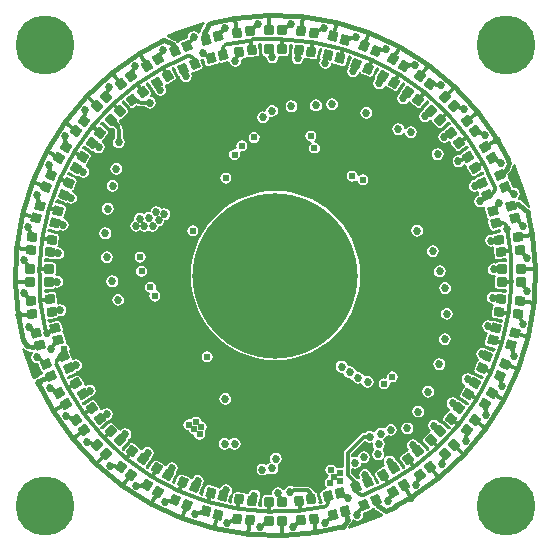
<source format=gtl>
G04*
G04 #@! TF.GenerationSoftware,Altium Limited,Altium Designer,20.1.11 (218)*
G04*
G04 Layer_Physical_Order=1*
G04 Layer_Color=255*
%FSLAX25Y25*%
%MOIN*%
G70*
G04*
G04 #@! TF.SameCoordinates,A89DC92D-1D16-4819-8E46-697129492B70*
G04*
G04*
G04 #@! TF.FilePolarity,Positive*
G04*
G01*
G75*
G04:AMPARAMS|DCode=13|XSize=33.47mil|YSize=31.5mil|CornerRadius=3.94mil|HoleSize=0mil|Usage=FLASHONLY|Rotation=285.000|XOffset=0mil|YOffset=0mil|HoleType=Round|Shape=RoundedRectangle|*
%AMROUNDEDRECTD13*
21,1,0.03347,0.02362,0,0,285.0*
21,1,0.02559,0.03150,0,0,285.0*
1,1,0.00787,-0.00810,-0.01542*
1,1,0.00787,-0.01472,0.00930*
1,1,0.00787,0.00810,0.01542*
1,1,0.00787,0.01472,-0.00930*
%
%ADD13ROUNDEDRECTD13*%
G04:AMPARAMS|DCode=14|XSize=33.47mil|YSize=31.5mil|CornerRadius=3.94mil|HoleSize=0mil|Usage=FLASHONLY|Rotation=277.500|XOffset=0mil|YOffset=0mil|HoleType=Round|Shape=RoundedRectangle|*
%AMROUNDEDRECTD14*
21,1,0.03347,0.02362,0,0,277.5*
21,1,0.02559,0.03150,0,0,277.5*
1,1,0.00787,-0.01004,-0.01423*
1,1,0.00787,-0.01338,0.01114*
1,1,0.00787,0.01004,0.01423*
1,1,0.00787,0.01338,-0.01114*
%
%ADD14ROUNDEDRECTD14*%
G04:AMPARAMS|DCode=15|XSize=33.47mil|YSize=31.5mil|CornerRadius=3.94mil|HoleSize=0mil|Usage=FLASHONLY|Rotation=270.000|XOffset=0mil|YOffset=0mil|HoleType=Round|Shape=RoundedRectangle|*
%AMROUNDEDRECTD15*
21,1,0.03347,0.02362,0,0,270.0*
21,1,0.02559,0.03150,0,0,270.0*
1,1,0.00787,-0.01181,-0.01280*
1,1,0.00787,-0.01181,0.01280*
1,1,0.00787,0.01181,0.01280*
1,1,0.00787,0.01181,-0.01280*
%
%ADD15ROUNDEDRECTD15*%
G04:AMPARAMS|DCode=16|XSize=33.47mil|YSize=31.5mil|CornerRadius=3.94mil|HoleSize=0mil|Usage=FLASHONLY|Rotation=262.500|XOffset=0mil|YOffset=0mil|HoleType=Round|Shape=RoundedRectangle|*
%AMROUNDEDRECTD16*
21,1,0.03347,0.02362,0,0,262.5*
21,1,0.02559,0.03150,0,0,262.5*
1,1,0.00787,-0.01338,-0.01114*
1,1,0.00787,-0.01004,0.01423*
1,1,0.00787,0.01338,0.01114*
1,1,0.00787,0.01004,-0.01423*
%
%ADD16ROUNDEDRECTD16*%
G04:AMPARAMS|DCode=17|XSize=33.47mil|YSize=31.5mil|CornerRadius=3.94mil|HoleSize=0mil|Usage=FLASHONLY|Rotation=255.000|XOffset=0mil|YOffset=0mil|HoleType=Round|Shape=RoundedRectangle|*
%AMROUNDEDRECTD17*
21,1,0.03347,0.02362,0,0,255.0*
21,1,0.02559,0.03150,0,0,255.0*
1,1,0.00787,-0.01472,-0.00930*
1,1,0.00787,-0.00810,0.01542*
1,1,0.00787,0.01472,0.00930*
1,1,0.00787,0.00810,-0.01542*
%
%ADD17ROUNDEDRECTD17*%
G04:AMPARAMS|DCode=18|XSize=33.47mil|YSize=31.5mil|CornerRadius=3.94mil|HoleSize=0mil|Usage=FLASHONLY|Rotation=247.500|XOffset=0mil|YOffset=0mil|HoleType=Round|Shape=RoundedRectangle|*
%AMROUNDEDRECTD18*
21,1,0.03347,0.02362,0,0,247.5*
21,1,0.02559,0.03150,0,0,247.5*
1,1,0.00787,-0.01581,-0.00730*
1,1,0.00787,-0.00602,0.01634*
1,1,0.00787,0.01581,0.00730*
1,1,0.00787,0.00602,-0.01634*
%
%ADD18ROUNDEDRECTD18*%
G04:AMPARAMS|DCode=19|XSize=33.47mil|YSize=31.5mil|CornerRadius=3.94mil|HoleSize=0mil|Usage=FLASHONLY|Rotation=240.000|XOffset=0mil|YOffset=0mil|HoleType=Round|Shape=RoundedRectangle|*
%AMROUNDEDRECTD19*
21,1,0.03347,0.02362,0,0,240.0*
21,1,0.02559,0.03150,0,0,240.0*
1,1,0.00787,-0.01663,-0.00518*
1,1,0.00787,-0.00383,0.01699*
1,1,0.00787,0.01663,0.00518*
1,1,0.00787,0.00383,-0.01699*
%
%ADD19ROUNDEDRECTD19*%
G04:AMPARAMS|DCode=20|XSize=33.47mil|YSize=31.5mil|CornerRadius=3.94mil|HoleSize=0mil|Usage=FLASHONLY|Rotation=232.500|XOffset=0mil|YOffset=0mil|HoleType=Round|Shape=RoundedRectangle|*
%AMROUNDEDRECTD20*
21,1,0.03347,0.02362,0,0,232.5*
21,1,0.02559,0.03150,0,0,232.5*
1,1,0.00787,-0.01716,-0.00296*
1,1,0.00787,-0.00158,0.01734*
1,1,0.00787,0.01716,0.00296*
1,1,0.00787,0.00158,-0.01734*
%
%ADD20ROUNDEDRECTD20*%
G04:AMPARAMS|DCode=21|XSize=33.47mil|YSize=31.5mil|CornerRadius=3.94mil|HoleSize=0mil|Usage=FLASHONLY|Rotation=225.000|XOffset=0mil|YOffset=0mil|HoleType=Round|Shape=RoundedRectangle|*
%AMROUNDEDRECTD21*
21,1,0.03347,0.02362,0,0,225.0*
21,1,0.02559,0.03150,0,0,225.0*
1,1,0.00787,-0.01740,-0.00070*
1,1,0.00787,0.00070,0.01740*
1,1,0.00787,0.01740,0.00070*
1,1,0.00787,-0.00070,-0.01740*
%
%ADD21ROUNDEDRECTD21*%
G04:AMPARAMS|DCode=22|XSize=33.47mil|YSize=31.5mil|CornerRadius=3.94mil|HoleSize=0mil|Usage=FLASHONLY|Rotation=217.500|XOffset=0mil|YOffset=0mil|HoleType=Round|Shape=RoundedRectangle|*
%AMROUNDEDRECTD22*
21,1,0.03347,0.02362,0,0,217.5*
21,1,0.02559,0.03150,0,0,217.5*
1,1,0.00787,-0.01734,0.00158*
1,1,0.00787,0.00296,0.01716*
1,1,0.00787,0.01734,-0.00158*
1,1,0.00787,-0.00296,-0.01716*
%
%ADD22ROUNDEDRECTD22*%
G04:AMPARAMS|DCode=23|XSize=33.47mil|YSize=31.5mil|CornerRadius=3.94mil|HoleSize=0mil|Usage=FLASHONLY|Rotation=210.000|XOffset=0mil|YOffset=0mil|HoleType=Round|Shape=RoundedRectangle|*
%AMROUNDEDRECTD23*
21,1,0.03347,0.02362,0,0,210.0*
21,1,0.02559,0.03150,0,0,210.0*
1,1,0.00787,-0.01699,0.00383*
1,1,0.00787,0.00518,0.01663*
1,1,0.00787,0.01699,-0.00383*
1,1,0.00787,-0.00518,-0.01663*
%
%ADD23ROUNDEDRECTD23*%
G04:AMPARAMS|DCode=24|XSize=33.47mil|YSize=31.5mil|CornerRadius=3.94mil|HoleSize=0mil|Usage=FLASHONLY|Rotation=202.500|XOffset=0mil|YOffset=0mil|HoleType=Round|Shape=RoundedRectangle|*
%AMROUNDEDRECTD24*
21,1,0.03347,0.02362,0,0,202.5*
21,1,0.02559,0.03150,0,0,202.5*
1,1,0.00787,-0.01634,0.00602*
1,1,0.00787,0.00730,0.01581*
1,1,0.00787,0.01634,-0.00602*
1,1,0.00787,-0.00730,-0.01581*
%
%ADD24ROUNDEDRECTD24*%
G04:AMPARAMS|DCode=25|XSize=33.47mil|YSize=31.5mil|CornerRadius=3.94mil|HoleSize=0mil|Usage=FLASHONLY|Rotation=195.000|XOffset=0mil|YOffset=0mil|HoleType=Round|Shape=RoundedRectangle|*
%AMROUNDEDRECTD25*
21,1,0.03347,0.02362,0,0,195.0*
21,1,0.02559,0.03150,0,0,195.0*
1,1,0.00787,-0.01542,0.00810*
1,1,0.00787,0.00930,0.01472*
1,1,0.00787,0.01542,-0.00810*
1,1,0.00787,-0.00930,-0.01472*
%
%ADD25ROUNDEDRECTD25*%
G04:AMPARAMS|DCode=26|XSize=33.47mil|YSize=31.5mil|CornerRadius=3.94mil|HoleSize=0mil|Usage=FLASHONLY|Rotation=187.500|XOffset=0mil|YOffset=0mil|HoleType=Round|Shape=RoundedRectangle|*
%AMROUNDEDRECTD26*
21,1,0.03347,0.02362,0,0,187.5*
21,1,0.02559,0.03150,0,0,187.5*
1,1,0.00787,-0.01423,0.01004*
1,1,0.00787,0.01114,0.01338*
1,1,0.00787,0.01423,-0.01004*
1,1,0.00787,-0.01114,-0.01338*
%
%ADD26ROUNDEDRECTD26*%
G04:AMPARAMS|DCode=27|XSize=33.47mil|YSize=31.5mil|CornerRadius=3.94mil|HoleSize=0mil|Usage=FLASHONLY|Rotation=180.000|XOffset=0mil|YOffset=0mil|HoleType=Round|Shape=RoundedRectangle|*
%AMROUNDEDRECTD27*
21,1,0.03347,0.02362,0,0,180.0*
21,1,0.02559,0.03150,0,0,180.0*
1,1,0.00787,-0.01280,0.01181*
1,1,0.00787,0.01280,0.01181*
1,1,0.00787,0.01280,-0.01181*
1,1,0.00787,-0.01280,-0.01181*
%
%ADD27ROUNDEDRECTD27*%
G04:AMPARAMS|DCode=28|XSize=33.47mil|YSize=31.5mil|CornerRadius=3.94mil|HoleSize=0mil|Usage=FLASHONLY|Rotation=172.500|XOffset=0mil|YOffset=0mil|HoleType=Round|Shape=RoundedRectangle|*
%AMROUNDEDRECTD28*
21,1,0.03347,0.02362,0,0,172.5*
21,1,0.02559,0.03150,0,0,172.5*
1,1,0.00787,-0.01114,0.01338*
1,1,0.00787,0.01423,0.01004*
1,1,0.00787,0.01114,-0.01338*
1,1,0.00787,-0.01423,-0.01004*
%
%ADD28ROUNDEDRECTD28*%
G04:AMPARAMS|DCode=29|XSize=33.47mil|YSize=31.5mil|CornerRadius=3.94mil|HoleSize=0mil|Usage=FLASHONLY|Rotation=165.000|XOffset=0mil|YOffset=0mil|HoleType=Round|Shape=RoundedRectangle|*
%AMROUNDEDRECTD29*
21,1,0.03347,0.02362,0,0,165.0*
21,1,0.02559,0.03150,0,0,165.0*
1,1,0.00787,-0.00930,0.01472*
1,1,0.00787,0.01542,0.00810*
1,1,0.00787,0.00930,-0.01472*
1,1,0.00787,-0.01542,-0.00810*
%
%ADD29ROUNDEDRECTD29*%
G04:AMPARAMS|DCode=30|XSize=33.47mil|YSize=31.5mil|CornerRadius=3.94mil|HoleSize=0mil|Usage=FLASHONLY|Rotation=157.500|XOffset=0mil|YOffset=0mil|HoleType=Round|Shape=RoundedRectangle|*
%AMROUNDEDRECTD30*
21,1,0.03347,0.02362,0,0,157.5*
21,1,0.02559,0.03150,0,0,157.5*
1,1,0.00787,-0.00730,0.01581*
1,1,0.00787,0.01634,0.00602*
1,1,0.00787,0.00730,-0.01581*
1,1,0.00787,-0.01634,-0.00602*
%
%ADD30ROUNDEDRECTD30*%
G04:AMPARAMS|DCode=31|XSize=33.47mil|YSize=31.5mil|CornerRadius=3.94mil|HoleSize=0mil|Usage=FLASHONLY|Rotation=150.000|XOffset=0mil|YOffset=0mil|HoleType=Round|Shape=RoundedRectangle|*
%AMROUNDEDRECTD31*
21,1,0.03347,0.02362,0,0,150.0*
21,1,0.02559,0.03150,0,0,150.0*
1,1,0.00787,-0.00518,0.01663*
1,1,0.00787,0.01699,0.00383*
1,1,0.00787,0.00518,-0.01663*
1,1,0.00787,-0.01699,-0.00383*
%
%ADD31ROUNDEDRECTD31*%
G04:AMPARAMS|DCode=32|XSize=33.47mil|YSize=31.5mil|CornerRadius=3.94mil|HoleSize=0mil|Usage=FLASHONLY|Rotation=142.500|XOffset=0mil|YOffset=0mil|HoleType=Round|Shape=RoundedRectangle|*
%AMROUNDEDRECTD32*
21,1,0.03347,0.02362,0,0,142.5*
21,1,0.02559,0.03150,0,0,142.5*
1,1,0.00787,-0.00296,0.01716*
1,1,0.00787,0.01734,0.00158*
1,1,0.00787,0.00296,-0.01716*
1,1,0.00787,-0.01734,-0.00158*
%
%ADD32ROUNDEDRECTD32*%
G04:AMPARAMS|DCode=33|XSize=33.47mil|YSize=31.5mil|CornerRadius=3.94mil|HoleSize=0mil|Usage=FLASHONLY|Rotation=135.000|XOffset=0mil|YOffset=0mil|HoleType=Round|Shape=RoundedRectangle|*
%AMROUNDEDRECTD33*
21,1,0.03347,0.02362,0,0,135.0*
21,1,0.02559,0.03150,0,0,135.0*
1,1,0.00787,-0.00070,0.01740*
1,1,0.00787,0.01740,-0.00070*
1,1,0.00787,0.00070,-0.01740*
1,1,0.00787,-0.01740,0.00070*
%
%ADD33ROUNDEDRECTD33*%
G04:AMPARAMS|DCode=34|XSize=33.47mil|YSize=31.5mil|CornerRadius=3.94mil|HoleSize=0mil|Usage=FLASHONLY|Rotation=127.500|XOffset=0mil|YOffset=0mil|HoleType=Round|Shape=RoundedRectangle|*
%AMROUNDEDRECTD34*
21,1,0.03347,0.02362,0,0,127.5*
21,1,0.02559,0.03150,0,0,127.5*
1,1,0.00787,0.00158,0.01734*
1,1,0.00787,0.01716,-0.00296*
1,1,0.00787,-0.00158,-0.01734*
1,1,0.00787,-0.01716,0.00296*
%
%ADD34ROUNDEDRECTD34*%
G04:AMPARAMS|DCode=35|XSize=33.47mil|YSize=31.5mil|CornerRadius=3.94mil|HoleSize=0mil|Usage=FLASHONLY|Rotation=120.000|XOffset=0mil|YOffset=0mil|HoleType=Round|Shape=RoundedRectangle|*
%AMROUNDEDRECTD35*
21,1,0.03347,0.02362,0,0,120.0*
21,1,0.02559,0.03150,0,0,120.0*
1,1,0.00787,0.00383,0.01699*
1,1,0.00787,0.01663,-0.00518*
1,1,0.00787,-0.00383,-0.01699*
1,1,0.00787,-0.01663,0.00518*
%
%ADD35ROUNDEDRECTD35*%
G04:AMPARAMS|DCode=36|XSize=33.47mil|YSize=31.5mil|CornerRadius=3.94mil|HoleSize=0mil|Usage=FLASHONLY|Rotation=112.500|XOffset=0mil|YOffset=0mil|HoleType=Round|Shape=RoundedRectangle|*
%AMROUNDEDRECTD36*
21,1,0.03347,0.02362,0,0,112.5*
21,1,0.02559,0.03150,0,0,112.5*
1,1,0.00787,0.00602,0.01634*
1,1,0.00787,0.01581,-0.00730*
1,1,0.00787,-0.00602,-0.01634*
1,1,0.00787,-0.01581,0.00730*
%
%ADD36ROUNDEDRECTD36*%
%ADD63C,0.01200*%
%ADD64C,0.01500*%
%ADD65C,0.01181*%
%ADD66C,0.55118*%
%ADD67C,0.19685*%
%ADD68C,0.02700*%
%ADD69C,0.02400*%
%ADD70C,0.02559*%
G36*
X-23513Y84123D02*
X-23602Y84007D01*
X-23629Y83940D01*
X-23664Y83896D01*
X-24787Y81736D01*
X-24827Y81598D01*
X-25011Y81154D01*
X-25063Y80756D01*
X-25688Y80611D01*
X-25866Y80877D01*
X-26511Y81308D01*
X-27272Y81459D01*
X-28033Y81308D01*
X-28678Y80877D01*
X-29109Y80232D01*
X-29260Y79471D01*
X-29193Y79133D01*
X-31344Y78242D01*
X-31672Y78022D01*
X-31892Y77694D01*
X-32387Y77489D01*
X-32774Y77566D01*
X-32967Y77528D01*
X-32984Y77568D01*
X-33119Y77772D01*
X-33248Y77979D01*
X-33268Y77994D01*
X-33282Y78015D01*
X-33485Y78151D01*
X-33684Y78294D01*
X-36230Y79456D01*
X-36229Y80115D01*
X-33666Y81277D01*
X-28278Y83305D01*
X-23871Y84641D01*
X-23513Y84123D01*
D02*
G37*
G36*
X-4662Y77440D02*
X-4331Y76916D01*
X-4360Y76772D01*
Y74213D01*
X-4282Y73825D01*
X-4063Y73496D01*
X-3734Y73277D01*
X-3535Y73237D01*
X-3005Y72827D01*
X-2854Y72067D01*
X-2423Y71421D01*
X-1778Y70991D01*
X-1017Y70839D01*
X-256Y70991D01*
X389Y71421D01*
X820Y72067D01*
X971Y72827D01*
X1509Y73199D01*
X3347D01*
X3734Y73277D01*
X4063Y73496D01*
X4282Y73825D01*
X4360Y74213D01*
Y76772D01*
X4357Y76783D01*
X4776Y77323D01*
X5370Y77313D01*
X5638Y76972D01*
X5710Y76719D01*
X5698Y76684D01*
X5364Y74147D01*
X5390Y73752D01*
X5565Y73398D01*
X5613Y73356D01*
X5523Y73223D01*
X5372Y72462D01*
X5523Y71701D01*
X5954Y71056D01*
X6600Y70625D01*
X7360Y70473D01*
X8121Y70625D01*
X8766Y71056D01*
X9197Y71701D01*
X9349Y72462D01*
X9838Y72795D01*
X9893Y72803D01*
X10156Y72572D01*
X10530Y72445D01*
X12872Y72136D01*
X13267Y72162D01*
X13621Y72337D01*
X13882Y72634D01*
X14009Y73009D01*
X14343Y75543D01*
X14343Y75546D01*
X14813Y75995D01*
X15407Y75883D01*
X15669Y75304D01*
X15659Y75284D01*
X14997Y72812D01*
X14971Y72418D01*
X15080Y72097D01*
X14795Y71671D01*
X14644Y70910D01*
X14795Y70149D01*
X15226Y69504D01*
X15871Y69073D01*
X16632Y68922D01*
X17393Y69073D01*
X18038Y69504D01*
X18469Y70149D01*
X18620Y70910D01*
X19190Y70935D01*
X19281Y70922D01*
X19542Y70625D01*
X19896Y70451D01*
X22178Y69839D01*
X22572Y69813D01*
X22947Y69940D01*
X23244Y70201D01*
X23419Y70556D01*
X24080Y73022D01*
X24081Y73027D01*
X24590Y73389D01*
X25172Y73193D01*
X25353Y72598D01*
X25352Y72596D01*
X24372Y70232D01*
X24295Y69844D01*
X24372Y69456D01*
X24403Y69411D01*
X24027Y68848D01*
X23876Y68088D01*
X24027Y67327D01*
X24458Y66682D01*
X25103Y66251D01*
X25864Y66099D01*
X26625Y66251D01*
X27270Y66682D01*
X27701Y67327D01*
X27778Y67715D01*
X28237Y67780D01*
X28399Y67761D01*
X28593Y67470D01*
X28922Y67251D01*
X31104Y66347D01*
X31492Y66270D01*
X31879Y66347D01*
X32208Y66566D01*
X32428Y66895D01*
X33407Y69259D01*
X33408Y69262D01*
X33956Y69554D01*
X34506Y69282D01*
X34610Y68666D01*
X34608Y68661D01*
X33331Y66450D01*
X33204Y66075D01*
X33230Y65681D01*
X33308Y65522D01*
X33236Y65475D01*
X32805Y64830D01*
X32654Y64069D01*
X32805Y63308D01*
X33236Y62663D01*
X33881Y62232D01*
X34642Y62081D01*
X35403Y62232D01*
X36048Y62663D01*
X36442Y63253D01*
X36722Y63303D01*
X37088Y63296D01*
X37155Y63161D01*
X37452Y62900D01*
X39498Y61719D01*
X39872Y61592D01*
X40267Y61618D01*
X40621Y61793D01*
X40882Y62090D01*
X42161Y64306D01*
X42169Y64328D01*
X42763Y64552D01*
X43262Y64211D01*
X43277Y63561D01*
X43275Y63559D01*
X41719Y61531D01*
X41544Y61176D01*
X41518Y60782D01*
X41543Y60709D01*
X41199Y60479D01*
X40768Y59834D01*
X40617Y59073D01*
X40768Y58313D01*
X41199Y57668D01*
X41844Y57237D01*
X42605Y57085D01*
X43366Y57237D01*
X44011Y57668D01*
X44356Y58184D01*
X44791Y58156D01*
X44928Y58119D01*
X44969Y58103D01*
X45081Y57771D01*
X45342Y57474D01*
X47216Y56036D01*
X47570Y55861D01*
X47965Y55835D01*
X48339Y55962D01*
X48636Y56223D01*
X50194Y58253D01*
X50211Y58286D01*
X50441Y58414D01*
X50871Y58466D01*
X51299Y58053D01*
X51213Y57375D01*
X51203Y57368D01*
X49393Y55559D01*
X49174Y55230D01*
X49115Y54934D01*
X49098Y54931D01*
X48453Y54500D01*
X48022Y53855D01*
X47870Y53094D01*
X48022Y52333D01*
X48453Y51688D01*
X49098Y51257D01*
X49859Y51106D01*
X50620Y51257D01*
X51265Y51688D01*
X51333Y51790D01*
X52092Y51847D01*
X52159Y51780D01*
X52236Y51393D01*
X52456Y51064D01*
X54126Y49393D01*
X54455Y49174D01*
X54843Y49097D01*
X55230Y49174D01*
X55559Y49393D01*
X57368Y51203D01*
X57375Y51213D01*
X58053Y51299D01*
X58466Y50871D01*
X58414Y50441D01*
X58286Y50211D01*
X58253Y50194D01*
X56223Y48636D01*
X55962Y48339D01*
X55895Y48142D01*
X55521Y48067D01*
X54876Y47636D01*
X54445Y46991D01*
X54294Y46230D01*
X54445Y45469D01*
X54876Y44824D01*
X55521Y44393D01*
X56282Y44242D01*
X57042Y44393D01*
X57687Y44824D01*
X58316Y44685D01*
X58472Y44529D01*
X58497Y44135D01*
X58672Y43780D01*
X60110Y41906D01*
X60407Y41645D01*
X60782Y41518D01*
X61176Y41544D01*
X61531Y41719D01*
X63559Y43275D01*
X63561Y43277D01*
X64211Y43262D01*
X64552Y42763D01*
X64328Y42169D01*
X64306Y42161D01*
X62090Y40882D01*
X61793Y40621D01*
X61618Y40267D01*
X61374Y40079D01*
X61004Y40152D01*
X60243Y40001D01*
X59598Y39570D01*
X59167Y38925D01*
X59016Y38164D01*
X59167Y37403D01*
X59598Y36758D01*
X60243Y36327D01*
X61004Y36176D01*
X61765Y36327D01*
X62410Y36758D01*
X62540Y36953D01*
X63161Y37155D01*
X63516Y36980D01*
X63773Y36362D01*
X63758Y36122D01*
X63885Y35747D01*
X65066Y33702D01*
X65326Y33404D01*
X65681Y33230D01*
X66075Y33204D01*
X66450Y33331D01*
X68666Y34610D01*
X68679Y34622D01*
X69365Y34531D01*
X69657Y34017D01*
X69564Y33750D01*
X69302Y33415D01*
X69259Y33407D01*
X66895Y32428D01*
X66566Y32208D01*
X66347Y31879D01*
X66336Y31825D01*
X65673Y31693D01*
X65028Y31262D01*
X64597Y30617D01*
X64446Y29857D01*
X64597Y29096D01*
X65028Y28451D01*
X65673Y28020D01*
X66434Y27868D01*
X67195Y28020D01*
X67524Y28240D01*
X67895Y27961D01*
X67995Y27833D01*
X67927Y27491D01*
X67973Y27258D01*
X67715Y26595D01*
X67531Y26559D01*
X66886Y26128D01*
X66455Y25483D01*
X66303Y24722D01*
X66455Y23961D01*
X66886Y23316D01*
X67531Y22885D01*
X68292Y22734D01*
X69052Y22885D01*
X69354Y23086D01*
X69857Y22701D01*
X69813Y22572D01*
X69839Y22178D01*
X70451Y19896D01*
X70625Y19542D01*
X70922Y19281D01*
X71012Y18617D01*
X70934Y18389D01*
X70960Y17995D01*
X71571Y15713D01*
X71746Y15358D01*
X72043Y15098D01*
X72418Y14971D01*
X72812Y14997D01*
X74638Y15486D01*
X75242Y15026D01*
X75265Y14911D01*
X74887Y14256D01*
X73009Y14009D01*
X72634Y13882D01*
X72337Y13621D01*
X72303Y13552D01*
X71898Y13633D01*
X71137Y13482D01*
X70492Y13051D01*
X70061Y12406D01*
X69909Y11645D01*
X70061Y10884D01*
X70492Y10239D01*
X71137Y9808D01*
X71898Y9657D01*
X72387Y9754D01*
X72834Y9330D01*
X72834Y9189D01*
X72728Y8973D01*
X72702Y8579D01*
X73010Y6237D01*
X73137Y5862D01*
X73398Y5565D01*
X73752Y5390D01*
X74147Y5364D01*
X76684Y5698D01*
X76719Y5710D01*
X76972Y5638D01*
X77313Y5370D01*
X77323Y4776D01*
X76783Y4357D01*
X76772Y4360D01*
X74213D01*
X73825Y4282D01*
X73496Y4063D01*
X73391Y3906D01*
X72806Y4022D01*
X72045Y3870D01*
X71400Y3440D01*
X70969Y2795D01*
X70818Y2034D01*
X70969Y1273D01*
X71400Y628D01*
X72045Y197D01*
X72806Y46D01*
X73036Y91D01*
X73372Y-454D01*
X73277Y-597D01*
X73199Y-984D01*
Y-3347D01*
X73277Y-3734D01*
X73496Y-4063D01*
X73825Y-4282D01*
X74213Y-4360D01*
X76772D01*
X76783Y-4357D01*
X77323Y-4776D01*
X77313Y-5370D01*
X76972Y-5638D01*
X76719Y-5710D01*
X76684Y-5698D01*
X74147Y-5364D01*
X73752Y-5390D01*
X73398Y-5565D01*
X73356Y-5613D01*
X73223Y-5523D01*
X72462Y-5372D01*
X71701Y-5523D01*
X71056Y-5954D01*
X70625Y-6600D01*
X70473Y-7360D01*
X70625Y-8121D01*
X71056Y-8766D01*
X71701Y-9197D01*
X72462Y-9349D01*
X72795Y-9838D01*
X72803Y-9893D01*
X72572Y-10156D01*
X72445Y-10530D01*
X72136Y-12872D01*
X72162Y-13267D01*
X72337Y-13621D01*
X72634Y-13882D01*
X73009Y-14009D01*
X75543Y-14343D01*
X75546Y-14343D01*
X75995Y-14813D01*
X75883Y-15407D01*
X75304Y-15669D01*
X75284Y-15659D01*
X72812Y-14997D01*
X72418Y-14971D01*
X72043Y-15098D01*
X71893Y-15230D01*
X71613Y-15042D01*
X70852Y-14891D01*
X70091Y-15042D01*
X69446Y-15473D01*
X69015Y-16118D01*
X68863Y-16879D01*
X69015Y-17640D01*
X69446Y-18285D01*
X70091Y-18716D01*
X70577Y-18813D01*
X70725Y-19454D01*
X70625Y-19542D01*
X70451Y-19896D01*
X69839Y-22178D01*
X69813Y-22572D01*
X69940Y-22947D01*
X70201Y-23244D01*
X70556Y-23419D01*
X73022Y-24080D01*
X73027Y-24081D01*
X73389Y-24590D01*
X73193Y-25172D01*
X72598Y-25353D01*
X72596Y-25352D01*
X70232Y-24372D01*
X69844Y-24295D01*
X69738Y-24316D01*
X69691Y-24285D01*
X68930Y-24134D01*
X68169Y-24285D01*
X67524Y-24716D01*
X67093Y-25361D01*
X66942Y-26122D01*
X67093Y-26883D01*
X67524Y-27528D01*
X67857Y-27750D01*
X67810Y-28346D01*
X67799Y-28373D01*
X67470Y-28593D01*
X67251Y-28922D01*
X66347Y-31104D01*
X66270Y-31492D01*
X66347Y-31879D01*
X66566Y-32208D01*
X66895Y-32428D01*
X69259Y-33407D01*
X69262Y-33408D01*
X69554Y-33956D01*
X69282Y-34506D01*
X68666Y-34610D01*
X68661Y-34608D01*
X66450Y-33331D01*
X66075Y-33204D01*
X65681Y-33230D01*
X65522Y-33308D01*
X65475Y-33236D01*
X64830Y-32805D01*
X64069Y-32654D01*
X63308Y-32805D01*
X62663Y-33236D01*
X62232Y-33881D01*
X62081Y-34642D01*
X62232Y-35403D01*
X62663Y-36048D01*
X63253Y-36442D01*
X63303Y-36722D01*
X63296Y-37088D01*
X63161Y-37155D01*
X62900Y-37452D01*
X61719Y-39498D01*
X61592Y-39872D01*
X61618Y-40267D01*
X61793Y-40621D01*
X62090Y-40882D01*
X64306Y-42161D01*
X64328Y-42169D01*
X64552Y-42763D01*
X64211Y-43262D01*
X63561Y-43277D01*
X63559Y-43275D01*
X61531Y-41719D01*
X61176Y-41544D01*
X60782Y-41518D01*
X60709Y-41543D01*
X60479Y-41199D01*
X59834Y-40768D01*
X59073Y-40617D01*
X58313Y-40768D01*
X57668Y-41199D01*
X57237Y-41844D01*
X57085Y-42605D01*
X57237Y-43366D01*
X57668Y-44011D01*
X58184Y-44356D01*
X58156Y-44791D01*
X58119Y-44928D01*
X58103Y-44969D01*
X57771Y-45081D01*
X57474Y-45342D01*
X56036Y-47216D01*
X55861Y-47570D01*
X55835Y-47965D01*
X55962Y-48339D01*
X56223Y-48636D01*
X58253Y-50194D01*
X58286Y-50211D01*
X58414Y-50441D01*
X58466Y-50871D01*
X58053Y-51299D01*
X57375Y-51213D01*
X57368Y-51203D01*
X55559Y-49393D01*
X55230Y-49174D01*
X54843Y-49097D01*
X54657Y-49134D01*
X54326Y-48638D01*
X53681Y-48207D01*
X52920Y-48055D01*
X52159Y-48207D01*
X51514Y-48638D01*
X51083Y-49283D01*
X50932Y-50044D01*
X51083Y-50805D01*
X51514Y-51450D01*
X51708Y-51579D01*
X51561Y-52203D01*
X51393Y-52236D01*
X51064Y-52456D01*
X49393Y-54126D01*
X49174Y-54455D01*
X49097Y-54843D01*
X49174Y-55230D01*
X49393Y-55559D01*
X51203Y-57368D01*
X51213Y-57375D01*
X51299Y-58053D01*
X50871Y-58466D01*
X50441Y-58414D01*
X50211Y-58286D01*
X50194Y-58253D01*
X48636Y-56223D01*
X48339Y-55962D01*
X47965Y-55835D01*
X47675Y-55854D01*
X47673Y-55842D01*
X47242Y-55197D01*
X46597Y-54766D01*
X45836Y-54615D01*
X45075Y-54766D01*
X44430Y-55197D01*
X43999Y-55842D01*
X43848Y-56603D01*
X43999Y-57364D01*
X44346Y-57882D01*
X44186Y-58412D01*
X44135Y-58497D01*
X43780Y-58672D01*
X41906Y-60110D01*
X41645Y-60407D01*
X41518Y-60782D01*
X41544Y-61176D01*
X41719Y-61531D01*
X43275Y-63559D01*
X43277Y-63561D01*
X43262Y-64211D01*
X42763Y-64552D01*
X42169Y-64328D01*
X42161Y-64306D01*
X40882Y-62090D01*
X40621Y-61793D01*
X40267Y-61618D01*
X39973Y-61599D01*
X39908Y-61274D01*
X39477Y-60629D01*
X38832Y-60198D01*
X38071Y-60047D01*
X37310Y-60198D01*
X36665Y-60629D01*
X36234Y-61274D01*
X36083Y-62035D01*
X36234Y-62796D01*
X36491Y-63181D01*
X36157Y-63760D01*
X36122Y-63758D01*
X35747Y-63885D01*
X33702Y-65066D01*
X33404Y-65326D01*
X33230Y-65681D01*
X33204Y-66075D01*
X33331Y-66450D01*
X34610Y-68666D01*
X34622Y-68679D01*
X34531Y-69365D01*
X34017Y-69657D01*
X33750Y-69564D01*
X33415Y-69302D01*
X33407Y-69259D01*
X32428Y-66895D01*
X32208Y-66566D01*
X31879Y-66347D01*
X31825Y-66336D01*
X31693Y-65673D01*
X31262Y-65028D01*
X30617Y-64597D01*
X29857Y-64446D01*
X29096Y-64597D01*
X28451Y-65028D01*
X28020Y-65673D01*
X27868Y-66434D01*
X28020Y-67195D01*
X28240Y-67524D01*
X27961Y-67895D01*
X27868Y-67967D01*
X27255Y-67893D01*
X27163Y-67755D01*
X25250Y-65842D01*
Y-64626D01*
X25745Y-64319D01*
X25850Y-64320D01*
X26576Y-64465D01*
X27337Y-64314D01*
X27982Y-63883D01*
X28413Y-63238D01*
X28460Y-63001D01*
X28662Y-62493D01*
X29112Y-62565D01*
X29429Y-62628D01*
X30190Y-62477D01*
X30835Y-62046D01*
X31266Y-61401D01*
X31417Y-60640D01*
X31266Y-59879D01*
X30835Y-59234D01*
X30190Y-58803D01*
X29429Y-58652D01*
X28668Y-58803D01*
X28023Y-59234D01*
X27592Y-59879D01*
X27545Y-60116D01*
X27343Y-60624D01*
X26893Y-60552D01*
X26576Y-60489D01*
X25850Y-60633D01*
X25745Y-60635D01*
X25250Y-60327D01*
Y-59650D01*
X29775Y-55125D01*
X29992Y-55146D01*
X30637Y-55577D01*
X31398Y-55728D01*
X32011Y-55606D01*
X32403Y-55881D01*
X32536Y-56047D01*
X32492Y-56267D01*
X32643Y-57028D01*
X32932Y-57461D01*
X32887Y-58177D01*
X32845Y-58242D01*
X32415Y-58885D01*
X32264Y-59646D01*
X32415Y-60407D01*
X32846Y-61051D01*
X33491Y-61483D01*
X34252Y-61634D01*
X35013Y-61483D01*
X35658Y-61051D01*
X36089Y-60407D01*
X36240Y-59646D01*
X36089Y-58885D01*
X35800Y-58452D01*
X35844Y-57736D01*
X35887Y-57671D01*
X36317Y-57028D01*
X36468Y-56267D01*
X36317Y-55507D01*
X36028Y-55075D01*
X35951Y-54731D01*
X36157Y-54321D01*
X36544Y-54063D01*
X36921Y-53499D01*
X37139Y-53346D01*
X37530Y-53184D01*
X37723Y-53313D01*
X38484Y-53465D01*
X39245Y-53313D01*
X39890Y-52882D01*
X40321Y-52237D01*
X40472Y-51476D01*
X40321Y-50716D01*
X39890Y-50071D01*
X39245Y-49639D01*
X38484Y-49488D01*
X37723Y-49639D01*
X37078Y-50071D01*
X36701Y-50635D01*
X36483Y-50788D01*
X36092Y-50950D01*
X35899Y-50821D01*
X35138Y-50669D01*
X34377Y-50821D01*
X33732Y-51252D01*
X33301Y-51897D01*
X33283Y-51988D01*
X33176Y-52065D01*
X32626Y-52215D01*
X32158Y-51903D01*
X31398Y-51752D01*
X30637Y-51903D01*
X29992Y-52334D01*
X29870Y-52517D01*
X29429D01*
X28961Y-52610D01*
X28564Y-52875D01*
X23161Y-58278D01*
X22896Y-58675D01*
X22803Y-59143D01*
Y-63801D01*
X22203Y-64126D01*
X21626Y-64011D01*
X20924Y-64151D01*
X20736Y-64276D01*
X20101Y-64160D01*
X19703Y-63564D01*
X19108Y-63167D01*
X18406Y-63027D01*
X17703Y-63167D01*
X17108Y-63564D01*
X16710Y-64160D01*
X16570Y-64862D01*
X16710Y-65565D01*
X17108Y-66160D01*
X17703Y-66558D01*
X17764Y-66570D01*
X17653Y-67126D01*
X17718Y-67455D01*
X17506Y-67497D01*
X16911Y-67895D01*
X16513Y-68491D01*
X16373Y-69193D01*
X16513Y-69895D01*
X16911Y-70491D01*
X17059Y-70590D01*
X16952Y-71239D01*
X15713Y-71571D01*
X15358Y-71746D01*
X15098Y-72043D01*
X14971Y-72418D01*
X14997Y-72812D01*
X15659Y-75284D01*
X15693Y-75354D01*
X15421Y-75992D01*
X15399Y-76011D01*
X14856Y-76100D01*
X14341Y-75577D01*
X14343Y-75546D01*
X14009Y-73009D01*
X13882Y-72634D01*
X13621Y-72337D01*
X13267Y-72162D01*
X12987Y-72144D01*
X12866Y-71962D01*
X11593Y-70690D01*
X11197Y-70425D01*
X10728Y-70332D01*
X6480D01*
X6263Y-70375D01*
X6046Y-70411D01*
X5911Y-70462D01*
X5682Y-70309D01*
X4921Y-70157D01*
X4160Y-70309D01*
X3515Y-70740D01*
X3084Y-71385D01*
X3069Y-71463D01*
X2432Y-71589D01*
X2193Y-71232D01*
X1548Y-70801D01*
X787Y-70650D01*
X27Y-70801D01*
X-618Y-71232D01*
X-1049Y-71877D01*
X-1201Y-72638D01*
X-1181Y-72736D01*
X-1562Y-73199D01*
X-3347D01*
X-3734Y-73277D01*
X-4063Y-73496D01*
X-4282Y-73825D01*
X-4360Y-74213D01*
Y-76772D01*
X-4357Y-76783D01*
X-4776Y-77323D01*
X-5370Y-77313D01*
X-5638Y-76972D01*
X-5710Y-76719D01*
X-5698Y-76684D01*
X-5394Y-74371D01*
X-5203Y-74086D01*
X-5052Y-73325D01*
X-5203Y-72564D01*
X-5634Y-71919D01*
X-6279Y-71488D01*
X-7040Y-71337D01*
X-7801Y-71488D01*
X-8446Y-71919D01*
X-8877Y-72564D01*
X-8909Y-72723D01*
X-8973Y-72728D01*
X-9189Y-72834D01*
X-9859Y-72832D01*
X-10156Y-72572D01*
X-10530Y-72445D01*
X-12872Y-72136D01*
X-13267Y-72162D01*
X-13621Y-72337D01*
X-13882Y-72634D01*
X-14009Y-73009D01*
X-14343Y-75543D01*
X-14343Y-75546D01*
X-14813Y-75995D01*
X-15407Y-75883D01*
X-15669Y-75304D01*
X-15659Y-75284D01*
X-15055Y-73029D01*
X-15027Y-73011D01*
X-14596Y-72366D01*
X-14445Y-71605D01*
X-14596Y-70845D01*
X-15027Y-70200D01*
X-15673Y-69769D01*
X-16433Y-69617D01*
X-17194Y-69769D01*
X-17839Y-70200D01*
X-18270Y-70845D01*
X-18289Y-70941D01*
X-18389Y-70934D01*
X-18617Y-71012D01*
X-19281Y-70922D01*
X-19542Y-70625D01*
X-19896Y-70451D01*
X-22178Y-69839D01*
X-22572Y-69813D01*
X-22947Y-69940D01*
X-23244Y-70201D01*
X-23419Y-70556D01*
X-24080Y-73022D01*
X-24081Y-73027D01*
X-24590Y-73389D01*
X-25172Y-73193D01*
X-25353Y-72598D01*
X-25352Y-72596D01*
X-24372Y-70232D01*
X-24295Y-69844D01*
X-24340Y-69616D01*
X-24071Y-69213D01*
X-23920Y-68452D01*
X-24071Y-67691D01*
X-24502Y-67046D01*
X-25147Y-66615D01*
X-25908Y-66464D01*
X-26669Y-66615D01*
X-27314Y-67046D01*
X-27744Y-67691D01*
X-27764Y-67788D01*
X-28351Y-67799D01*
X-28377Y-67794D01*
X-28593Y-67470D01*
X-28922Y-67251D01*
X-31104Y-66347D01*
X-31492Y-66270D01*
X-31879Y-66347D01*
X-32208Y-66566D01*
X-32428Y-66895D01*
X-33407Y-69259D01*
X-33408Y-69262D01*
X-33956Y-69554D01*
X-34506Y-69282D01*
X-34610Y-68666D01*
X-34608Y-68661D01*
X-33331Y-66450D01*
X-33204Y-66075D01*
X-33230Y-65681D01*
X-33239Y-65662D01*
X-33144Y-65598D01*
X-32713Y-64953D01*
X-32561Y-64192D01*
X-32713Y-63432D01*
X-33144Y-62787D01*
X-33789Y-62356D01*
X-34550Y-62204D01*
X-35311Y-62356D01*
X-35956Y-62787D01*
X-36386Y-63432D01*
X-36952Y-63477D01*
X-37005Y-63465D01*
X-37155Y-63161D01*
X-37452Y-62900D01*
X-39498Y-61719D01*
X-39872Y-61592D01*
X-40267Y-61618D01*
X-40621Y-61793D01*
X-40882Y-62090D01*
X-42161Y-64306D01*
X-42169Y-64328D01*
X-42763Y-64552D01*
X-43262Y-64211D01*
X-43277Y-63561D01*
X-43275Y-63559D01*
X-41719Y-61531D01*
X-41544Y-61176D01*
X-41518Y-60782D01*
X-41543Y-60709D01*
X-41199Y-60479D01*
X-40768Y-59834D01*
X-40617Y-59073D01*
X-40768Y-58313D01*
X-41199Y-57668D01*
X-41844Y-57237D01*
X-42605Y-57085D01*
X-43366Y-57237D01*
X-44011Y-57668D01*
X-44356Y-58184D01*
X-44791Y-58156D01*
X-44928Y-58119D01*
X-44969Y-58103D01*
X-45081Y-57771D01*
X-45342Y-57474D01*
X-47216Y-56036D01*
X-47570Y-55861D01*
X-47965Y-55835D01*
X-48339Y-55962D01*
X-48636Y-56223D01*
X-50194Y-58253D01*
X-50211Y-58286D01*
X-50441Y-58414D01*
X-50871Y-58466D01*
X-51299Y-58053D01*
X-51213Y-57375D01*
X-51203Y-57368D01*
X-49393Y-55559D01*
X-49174Y-55230D01*
X-49097Y-54843D01*
X-49134Y-54657D01*
X-48638Y-54326D01*
X-48207Y-53681D01*
X-48055Y-52920D01*
X-48207Y-52159D01*
X-48638Y-51514D01*
X-49283Y-51083D01*
X-50044Y-50932D01*
X-50805Y-51083D01*
X-51450Y-51514D01*
X-51579Y-51708D01*
X-52203Y-51561D01*
X-52236Y-51393D01*
X-52456Y-51064D01*
X-54126Y-49393D01*
X-54455Y-49174D01*
X-54843Y-49097D01*
X-55230Y-49174D01*
X-55559Y-49393D01*
X-57368Y-51203D01*
X-57375Y-51213D01*
X-58053Y-51299D01*
X-58466Y-50871D01*
X-58414Y-50441D01*
X-58286Y-50211D01*
X-58253Y-50194D01*
X-56223Y-48636D01*
X-55962Y-48339D01*
X-55895Y-48142D01*
X-55521Y-48067D01*
X-54876Y-47636D01*
X-54445Y-46991D01*
X-54294Y-46230D01*
X-54445Y-45469D01*
X-54876Y-44824D01*
X-55521Y-44393D01*
X-56282Y-44242D01*
X-57042Y-44393D01*
X-57687Y-44824D01*
X-58316Y-44685D01*
X-58472Y-44529D01*
X-58497Y-44135D01*
X-58672Y-43780D01*
X-60110Y-41906D01*
X-60407Y-41645D01*
X-60782Y-41518D01*
X-61176Y-41544D01*
X-61531Y-41719D01*
X-63559Y-43275D01*
X-63561Y-43277D01*
X-64211Y-43262D01*
X-64552Y-42763D01*
X-64328Y-42169D01*
X-64306Y-42161D01*
X-62090Y-40882D01*
X-61793Y-40621D01*
X-61643Y-40317D01*
X-61141Y-40217D01*
X-60496Y-39786D01*
X-60065Y-39141D01*
X-59913Y-38381D01*
X-60065Y-37620D01*
X-60496Y-36975D01*
X-61141Y-36544D01*
X-61901Y-36392D01*
X-62662Y-36544D01*
X-62964Y-36745D01*
X-63693Y-36554D01*
X-63773Y-36362D01*
X-63758Y-36122D01*
X-63885Y-35747D01*
X-65066Y-33702D01*
X-65326Y-33404D01*
X-65681Y-33230D01*
X-66075Y-33204D01*
X-66450Y-33331D01*
X-68666Y-34610D01*
X-68679Y-34622D01*
X-69365Y-34531D01*
X-69657Y-34017D01*
X-69564Y-33750D01*
X-69302Y-33415D01*
X-69259Y-33407D01*
X-66895Y-32428D01*
X-66566Y-32208D01*
X-66347Y-31879D01*
X-66336Y-31825D01*
X-65673Y-31693D01*
X-65028Y-31262D01*
X-64597Y-30617D01*
X-64446Y-29857D01*
X-64597Y-29096D01*
X-65028Y-28451D01*
X-65673Y-28020D01*
X-66434Y-27868D01*
X-67195Y-28020D01*
X-67524Y-28240D01*
X-67895Y-27961D01*
X-67995Y-27833D01*
X-67927Y-27491D01*
X-68004Y-27103D01*
X-68733Y-25343D01*
X-68706Y-25302D01*
X-68566Y-24600D01*
X-68706Y-23897D01*
X-69103Y-23302D01*
X-69699Y-22904D01*
X-69842Y-22656D01*
X-69813Y-22572D01*
X-69839Y-22178D01*
X-70451Y-19896D01*
X-70625Y-19542D01*
X-70922Y-19281D01*
X-71012Y-18617D01*
X-70934Y-18389D01*
X-70960Y-17995D01*
X-71571Y-15713D01*
X-71746Y-15358D01*
X-72043Y-15098D01*
X-72418Y-14971D01*
X-72812Y-14997D01*
X-75284Y-15659D01*
X-75321Y-15677D01*
X-75885Y-15416D01*
X-75991Y-14820D01*
X-75548Y-14346D01*
X-75524Y-14340D01*
X-73009Y-14009D01*
X-72634Y-13882D01*
X-72337Y-13621D01*
X-72224Y-13392D01*
X-71711Y-13494D01*
X-70951Y-13342D01*
X-70306Y-12911D01*
X-69875Y-12266D01*
X-69723Y-11506D01*
X-69875Y-10745D01*
X-70306Y-10100D01*
X-70951Y-9669D01*
X-71711Y-9517D01*
X-72444Y-9663D01*
X-72548Y-9569D01*
X-72834Y-9189D01*
X-72728Y-8973D01*
X-72702Y-8579D01*
X-73010Y-6237D01*
X-73137Y-5862D01*
X-73398Y-5565D01*
X-73752Y-5390D01*
X-74147Y-5364D01*
X-76684Y-5698D01*
X-76719Y-5710D01*
X-76972Y-5638D01*
X-77313Y-5370D01*
X-77323Y-4776D01*
X-76783Y-4357D01*
X-76772Y-4360D01*
X-74213D01*
X-73825Y-4282D01*
X-73496Y-4063D01*
X-73391Y-3906D01*
X-72806Y-4022D01*
X-72045Y-3870D01*
X-71400Y-3440D01*
X-70969Y-2795D01*
X-70818Y-2034D01*
X-70969Y-1273D01*
X-71400Y-628D01*
X-72045Y-197D01*
X-72806Y-46D01*
X-73036Y-91D01*
X-73372Y454D01*
X-73277Y597D01*
X-73199Y984D01*
Y3347D01*
X-73277Y3734D01*
X-73496Y4063D01*
X-73825Y4282D01*
X-74213Y4360D01*
X-76772D01*
X-76783Y4357D01*
X-77323Y4776D01*
X-77313Y5370D01*
X-76972Y5638D01*
X-76719Y5710D01*
X-76684Y5698D01*
X-74147Y5364D01*
X-73752Y5390D01*
X-73398Y5565D01*
X-73356Y5613D01*
X-73223Y5523D01*
X-72462Y5372D01*
X-71701Y5523D01*
X-71056Y5954D01*
X-70625Y6600D01*
X-70473Y7360D01*
X-70625Y8121D01*
X-71056Y8766D01*
X-71701Y9197D01*
X-72462Y9349D01*
X-72795Y9838D01*
X-72803Y9893D01*
X-72572Y10156D01*
X-72445Y10530D01*
X-72136Y12872D01*
X-72162Y13267D01*
X-72337Y13621D01*
X-72634Y13882D01*
X-73009Y14009D01*
X-75543Y14343D01*
X-75546Y14343D01*
X-75995Y14813D01*
X-75883Y15407D01*
X-75304Y15669D01*
X-75284Y15659D01*
X-72812Y14997D01*
X-72418Y14971D01*
X-72043Y15098D01*
X-71893Y15230D01*
X-71613Y15042D01*
X-70852Y14891D01*
X-70091Y15042D01*
X-69446Y15473D01*
X-69015Y16118D01*
X-68863Y16879D01*
X-69015Y17640D01*
X-69446Y18285D01*
X-70091Y18716D01*
X-70577Y18813D01*
X-70725Y19454D01*
X-70625Y19542D01*
X-70451Y19896D01*
X-69839Y22178D01*
X-69813Y22572D01*
X-69940Y22947D01*
X-70201Y23244D01*
X-70556Y23419D01*
X-73022Y24080D01*
X-73027Y24081D01*
X-73389Y24590D01*
X-73193Y25172D01*
X-72598Y25353D01*
X-72596Y25352D01*
X-70232Y24372D01*
X-69844Y24295D01*
X-69456Y24372D01*
X-69411Y24403D01*
X-68848Y24027D01*
X-68088Y23876D01*
X-67327Y24027D01*
X-66682Y24458D01*
X-66251Y25103D01*
X-66099Y25864D01*
X-66251Y26625D01*
X-66682Y27270D01*
X-67327Y27701D01*
X-67715Y27778D01*
X-67780Y28237D01*
X-67761Y28399D01*
X-67470Y28593D01*
X-67251Y28922D01*
X-66347Y31104D01*
X-66270Y31492D01*
X-66347Y31879D01*
X-66566Y32208D01*
X-66895Y32428D01*
X-69259Y33407D01*
X-69262Y33408D01*
X-69554Y33956D01*
X-69282Y34506D01*
X-68666Y34610D01*
X-68661Y34608D01*
X-66450Y33331D01*
X-66075Y33204D01*
X-65681Y33230D01*
X-65522Y33308D01*
X-65475Y33236D01*
X-64830Y32805D01*
X-64069Y32654D01*
X-63308Y32805D01*
X-62663Y33236D01*
X-62232Y33881D01*
X-62081Y34642D01*
X-62232Y35403D01*
X-62663Y36048D01*
X-63253Y36442D01*
X-63303Y36722D01*
X-63296Y37088D01*
X-63161Y37155D01*
X-62900Y37452D01*
X-61719Y39498D01*
X-61592Y39872D01*
X-61618Y40267D01*
X-61793Y40621D01*
X-62090Y40882D01*
X-64306Y42161D01*
X-64328Y42169D01*
X-64552Y42763D01*
X-64211Y43262D01*
X-63561Y43277D01*
X-63559Y43275D01*
X-61531Y41719D01*
X-61176Y41544D01*
X-60782Y41518D01*
X-60475Y41622D01*
X-60330Y41405D01*
X-59685Y40974D01*
X-58924Y40823D01*
X-58163Y40974D01*
X-57519Y41405D01*
X-57087Y42050D01*
X-56936Y42811D01*
X-57087Y43572D01*
X-57519Y44217D01*
X-57832Y44427D01*
X-57771Y45081D01*
X-57474Y45342D01*
X-56036Y47216D01*
X-55861Y47570D01*
X-55835Y47965D01*
X-55962Y48339D01*
X-56223Y48636D01*
X-58253Y50194D01*
X-58286Y50211D01*
X-58414Y50441D01*
X-58466Y50871D01*
X-58053Y51299D01*
X-57375Y51213D01*
X-57368Y51203D01*
X-55559Y49393D01*
X-55230Y49174D01*
X-54843Y49097D01*
X-54455Y49174D01*
X-54198Y49345D01*
X-53844Y49024D01*
X-53422Y48609D01*
X-53407Y48571D01*
X-53401Y48568D01*
X-53392Y48013D01*
X-53392Y45926D01*
X-53574Y45805D01*
X-54005Y45160D01*
X-54157Y44399D01*
X-54005Y43638D01*
X-53574Y42993D01*
X-52929Y42562D01*
X-52168Y42410D01*
X-51407Y42562D01*
X-50762Y42993D01*
X-50331Y43638D01*
X-50180Y44399D01*
X-50331Y45160D01*
X-50762Y45805D01*
X-50945Y45926D01*
X-50945Y48009D01*
X-50921Y48609D01*
X-50921D01*
X-51108Y49545D01*
X-51581Y50253D01*
X-51675Y50632D01*
X-51995Y51064D01*
X-52135Y51190D01*
X-52094Y51845D01*
X-51780Y52159D01*
X-51393Y52236D01*
X-51064Y52456D01*
X-49393Y54126D01*
X-49174Y54455D01*
X-49097Y54843D01*
X-49174Y55230D01*
X-49393Y55559D01*
X-51203Y57368D01*
X-51213Y57375D01*
X-51299Y58053D01*
X-50871Y58466D01*
X-50441Y58414D01*
X-50211Y58286D01*
X-50194Y58253D01*
X-48636Y56223D01*
X-48339Y55962D01*
X-47965Y55835D01*
X-47570Y55861D01*
X-47216Y56036D01*
X-46218Y56801D01*
X-45901Y56590D01*
X-44965Y56403D01*
Y56403D01*
X-44365Y56427D01*
X-43412Y56427D01*
X-43280Y56229D01*
X-42635Y55798D01*
X-41874Y55647D01*
X-41113Y55798D01*
X-40468Y56229D01*
X-40037Y56874D01*
X-39886Y57635D01*
X-40037Y58396D01*
X-40468Y59041D01*
X-41113Y59472D01*
X-41621Y59573D01*
X-41756Y59826D01*
X-41830Y60197D01*
X-41645Y60407D01*
X-41518Y60782D01*
X-41544Y61176D01*
X-41719Y61531D01*
X-43275Y63559D01*
X-43277Y63561D01*
X-43262Y64211D01*
X-42763Y64552D01*
X-42169Y64328D01*
X-42161Y64306D01*
X-40882Y62090D01*
X-40621Y61793D01*
X-40317Y61643D01*
X-40217Y61141D01*
X-39786Y60496D01*
X-39141Y60065D01*
X-38381Y59913D01*
X-37620Y60065D01*
X-36975Y60496D01*
X-36544Y61141D01*
X-36392Y61901D01*
X-36544Y62662D01*
X-36745Y62964D01*
X-36554Y63693D01*
X-36362Y63773D01*
X-36122Y63758D01*
X-35747Y63885D01*
X-33702Y65066D01*
X-33404Y65326D01*
X-33230Y65681D01*
X-33204Y66075D01*
X-33331Y66450D01*
X-34610Y68666D01*
X-34622Y68679D01*
X-34531Y69365D01*
X-34017Y69657D01*
X-33750Y69564D01*
X-33415Y69302D01*
X-33407Y69259D01*
X-32428Y66895D01*
X-32208Y66566D01*
X-31879Y66347D01*
X-31825Y66336D01*
X-31693Y65673D01*
X-31262Y65028D01*
X-30617Y64597D01*
X-29857Y64446D01*
X-29096Y64597D01*
X-28451Y65028D01*
X-28020Y65673D01*
X-27868Y66434D01*
X-28020Y67195D01*
X-28240Y67524D01*
X-27961Y67895D01*
X-27833Y67995D01*
X-27491Y67927D01*
X-27103Y68004D01*
X-24920Y68908D01*
X-24592Y69128D01*
X-24372Y69456D01*
X-24295Y69844D01*
X-24372Y70232D01*
X-25073Y71923D01*
X-24631Y72424D01*
X-24147Y72328D01*
X-23906Y72376D01*
X-23419Y70556D01*
X-23244Y70201D01*
X-22947Y69940D01*
X-22572Y69813D01*
X-22178Y69839D01*
X-19896Y70451D01*
X-19542Y70625D01*
X-19281Y70922D01*
X-18617Y71012D01*
X-18389Y70934D01*
X-17995Y70960D01*
X-15941Y71510D01*
X-15405Y71243D01*
X-15284Y71114D01*
X-15218Y70782D01*
X-14787Y70137D01*
X-14142Y69706D01*
X-13381Y69554D01*
X-12620Y69706D01*
X-11975Y70137D01*
X-11544Y70782D01*
X-11393Y71543D01*
X-11428Y71721D01*
X-10949Y72390D01*
X-10530Y72445D01*
X-10156Y72572D01*
X-9859Y72832D01*
X-9189Y72834D01*
X-8973Y72728D01*
X-8579Y72702D01*
X-6237Y73010D01*
X-5862Y73137D01*
X-5565Y73398D01*
X-5390Y73752D01*
X-5364Y74147D01*
X-5698Y76684D01*
X-5777Y76916D01*
X-5565Y77359D01*
X-5429Y77516D01*
X-4766D01*
X-4662Y77440D01*
D02*
G37*
G36*
X81277Y33666D02*
X83305Y28278D01*
X84906Y22998D01*
X84381Y22663D01*
X81827Y24947D01*
X81704Y25020D01*
X81598Y25113D01*
X81475Y25155D01*
X81365Y25220D01*
X81224Y25240D01*
X81089Y25286D01*
X80910Y25634D01*
X80877Y25866D01*
X81308Y26511D01*
X81459Y27272D01*
X81308Y28033D01*
X80877Y28678D01*
X80232Y29109D01*
X79471Y29260D01*
X79133Y29193D01*
X78242Y31344D01*
X78022Y31672D01*
X77694Y31892D01*
X77489Y32387D01*
X77566Y32774D01*
X77489Y33162D01*
X77271Y33688D01*
X78108Y34469D01*
X78135Y34507D01*
X78180Y34541D01*
X78636Y35136D01*
X78923Y35829D01*
X78951Y36040D01*
X78993Y36157D01*
X79115Y36983D01*
X79734Y37070D01*
X81277Y33666D01*
D02*
G37*
G36*
X-83780Y-24402D02*
X-83726Y-24443D01*
X-83669Y-24517D01*
X-83074Y-24973D01*
X-82381Y-25261D01*
X-81637Y-25359D01*
X-81092Y-25287D01*
X-81090Y-25287D01*
X-80915Y-25601D01*
X-80869Y-25860D01*
X-80877Y-25866D01*
X-81308Y-26511D01*
X-81459Y-27272D01*
X-81308Y-28033D01*
X-80877Y-28678D01*
X-80232Y-29109D01*
X-79471Y-29260D01*
X-79133Y-29193D01*
X-78242Y-31344D01*
X-78022Y-31672D01*
X-77694Y-31892D01*
X-77489Y-32387D01*
X-77566Y-32774D01*
X-77528Y-32967D01*
X-78713Y-33458D01*
X-78890Y-33576D01*
X-79075Y-33678D01*
X-79111Y-33724D01*
X-79160Y-33757D01*
X-79278Y-33933D01*
X-79304Y-33966D01*
X-79570Y-34019D01*
X-80215Y-34450D01*
X-80293Y-34567D01*
X-80891Y-34518D01*
X-81277Y-33666D01*
X-83305Y-28278D01*
X-84427Y-24579D01*
X-83891Y-24278D01*
X-83780Y-24402D01*
D02*
G37*
G36*
X32774Y-77566D02*
X33014Y-77518D01*
X33074Y-77605D01*
X33122Y-77720D01*
X33226Y-77823D01*
X33310Y-77944D01*
X33415Y-78011D01*
X33503Y-78098D01*
X35825Y-79640D01*
X35862Y-80061D01*
X35800Y-80310D01*
X33666Y-81277D01*
X28278Y-83305D01*
X24536Y-84440D01*
X24149Y-83930D01*
X25172Y-82317D01*
X25176Y-82308D01*
X25182Y-82302D01*
X25272Y-82058D01*
X25366Y-81816D01*
X25366Y-81807D01*
X25369Y-81798D01*
X25359Y-81539D01*
X25357Y-81440D01*
X25716Y-81215D01*
X25793Y-81185D01*
X25927Y-81162D01*
X26511Y-81552D01*
X27272Y-81704D01*
X28033Y-81552D01*
X28678Y-81121D01*
X29109Y-80476D01*
X29260Y-79715D01*
X29147Y-79149D01*
X29161Y-79146D01*
X31344Y-78242D01*
X31672Y-78022D01*
X31892Y-77694D01*
X32387Y-77489D01*
X32774Y-77566D01*
D02*
G37*
%LPC*%
G36*
X18898Y59075D02*
X18137Y58924D01*
X17492Y58492D01*
X17061Y57847D01*
X16909Y57087D01*
X17061Y56326D01*
X17492Y55681D01*
X18137Y55250D01*
X18898Y55098D01*
X19658Y55250D01*
X20303Y55681D01*
X20734Y56326D01*
X20886Y57087D01*
X20734Y57847D01*
X20303Y58492D01*
X19658Y58924D01*
X18898Y59075D01*
D02*
G37*
G36*
X13508Y58682D02*
X12747Y58531D01*
X12102Y58100D01*
X11671Y57455D01*
X11520Y56694D01*
X11671Y55933D01*
X12102Y55288D01*
X12747Y54857D01*
X13508Y54706D01*
X14269Y54857D01*
X14914Y55288D01*
X15345Y55933D01*
X15496Y56694D01*
X15345Y57455D01*
X14914Y58100D01*
X14269Y58531D01*
X13508Y58682D01*
D02*
G37*
G36*
X-1152Y56907D02*
X-1913Y56755D01*
X-2558Y56324D01*
X-2989Y55679D01*
X-3101Y55117D01*
X-3191Y54896D01*
X-3703Y54671D01*
X-4075Y54745D01*
X-4836Y54594D01*
X-5481Y54163D01*
X-5912Y53518D01*
X-6063Y52757D01*
X-5912Y51996D01*
X-5481Y51351D01*
X-4836Y50920D01*
X-4075Y50769D01*
X-3314Y50920D01*
X-2669Y51351D01*
X-2238Y51996D01*
X-2126Y52559D01*
X-2036Y52779D01*
X-1524Y53004D01*
X-1152Y52930D01*
X-391Y53082D01*
X254Y53513D01*
X685Y54158D01*
X836Y54918D01*
X685Y55679D01*
X254Y56324D01*
X-391Y56755D01*
X-1152Y56907D01*
D02*
G37*
G36*
X5333Y58415D02*
X4572Y58264D01*
X3927Y57833D01*
X3496Y57188D01*
X3345Y56427D01*
X3496Y55666D01*
X3927Y55021D01*
X4572Y54590D01*
X5333Y54439D01*
X6094Y54590D01*
X6739Y55021D01*
X7170Y55666D01*
X7321Y56427D01*
X7170Y57188D01*
X6739Y57833D01*
X6094Y58264D01*
X5333Y58415D01*
D02*
G37*
G36*
X30310Y56222D02*
X29549Y56070D01*
X28904Y55639D01*
X28473Y54994D01*
X28322Y54233D01*
X28473Y53473D01*
X28904Y52828D01*
X29549Y52397D01*
X30310Y52245D01*
X31071Y52397D01*
X31716Y52828D01*
X32147Y53473D01*
X32298Y54233D01*
X32147Y54994D01*
X31716Y55639D01*
X31071Y56070D01*
X30310Y56222D01*
D02*
G37*
G36*
X40945Y50807D02*
X40184Y50656D01*
X39539Y50225D01*
X39108Y49580D01*
X38957Y48819D01*
X39108Y48058D01*
X39539Y47413D01*
X40184Y46982D01*
X40945Y46831D01*
X41706Y46982D01*
X42351Y47413D01*
X42602Y47789D01*
X42713Y47782D01*
X43203Y47608D01*
X43324Y46996D01*
X43755Y46351D01*
X44401Y45920D01*
X45161Y45768D01*
X45922Y45920D01*
X46567Y46351D01*
X46998Y46996D01*
X47150Y47757D01*
X46998Y48518D01*
X46567Y49163D01*
X45922Y49594D01*
X45161Y49745D01*
X44401Y49594D01*
X43755Y49163D01*
X43505Y48787D01*
X43394Y48793D01*
X42904Y48968D01*
X42782Y49580D01*
X42351Y50225D01*
X41706Y50656D01*
X40945Y50807D01*
D02*
G37*
G36*
X-7087Y47857D02*
X-7789Y47717D01*
X-8384Y47319D01*
X-8782Y46724D01*
X-8922Y46021D01*
X-8782Y45319D01*
X-8384Y44723D01*
X-7789Y44326D01*
X-7087Y44186D01*
X-6384Y44326D01*
X-5789Y44723D01*
X-5391Y45319D01*
X-5251Y46021D01*
X-5391Y46724D01*
X-5789Y47319D01*
X-6384Y47717D01*
X-7087Y47857D01*
D02*
G37*
G36*
X-11243Y45108D02*
X-11945Y44968D01*
X-12540Y44570D01*
X-12938Y43975D01*
X-13078Y43272D01*
X-12938Y42570D01*
X-13333Y42080D01*
X-13655Y42144D01*
X-14357Y42005D01*
X-14953Y41607D01*
X-15350Y41011D01*
X-15490Y40309D01*
X-15350Y39607D01*
X-14953Y39011D01*
X-14357Y38614D01*
X-13655Y38474D01*
X-12953Y38614D01*
X-12357Y39011D01*
X-11959Y39607D01*
X-11820Y40309D01*
X-11959Y41011D01*
X-11565Y41501D01*
X-11243Y41437D01*
X-10540Y41577D01*
X-9945Y41975D01*
X-9547Y42570D01*
X-9408Y43272D01*
X-9547Y43975D01*
X-9945Y44570D01*
X-10540Y44968D01*
X-11243Y45108D01*
D02*
G37*
G36*
X11811Y48292D02*
X11109Y48152D01*
X10513Y47754D01*
X10115Y47159D01*
X9976Y46457D01*
X10115Y45754D01*
X10513Y45159D01*
X11109Y44761D01*
X11811Y44621D01*
X11821Y44623D01*
X12055Y44058D01*
X11694Y43817D01*
X11297Y43222D01*
X11157Y42520D01*
X11297Y41817D01*
X11694Y41222D01*
X12290Y40824D01*
X12992Y40684D01*
X13694Y40824D01*
X14290Y41222D01*
X14688Y41817D01*
X14827Y42520D01*
X14688Y43222D01*
X14290Y43817D01*
X13694Y44215D01*
X12992Y44355D01*
X12983Y44353D01*
X12749Y44918D01*
X13109Y45159D01*
X13507Y45754D01*
X13646Y46457D01*
X13507Y47159D01*
X13109Y47754D01*
X12513Y48152D01*
X11811Y48292D01*
D02*
G37*
G36*
X54037Y42487D02*
X53276Y42335D01*
X52631Y41904D01*
X52200Y41259D01*
X52049Y40498D01*
X52200Y39738D01*
X52631Y39093D01*
X53276Y38662D01*
X54037Y38510D01*
X54798Y38662D01*
X55443Y39093D01*
X55874Y39738D01*
X56025Y40498D01*
X55874Y41259D01*
X55443Y41904D01*
X54798Y42335D01*
X54037Y42487D01*
D02*
G37*
G36*
X-53050Y37511D02*
X-53811Y37360D01*
X-54456Y36929D01*
X-54887Y36284D01*
X-55038Y35523D01*
X-54887Y34762D01*
X-54456Y34117D01*
X-53811Y33686D01*
X-53050Y33535D01*
X-52289Y33686D01*
X-51644Y34117D01*
X-51213Y34762D01*
X-51061Y35523D01*
X-51213Y36284D01*
X-51644Y36929D01*
X-52289Y37360D01*
X-53050Y37511D01*
D02*
G37*
G36*
X-16535Y34281D02*
X-17238Y34141D01*
X-17833Y33743D01*
X-18231Y33148D01*
X-18371Y32446D01*
X-18231Y31743D01*
X-17833Y31148D01*
X-17238Y30750D01*
X-16535Y30610D01*
X-15833Y30750D01*
X-15238Y31148D01*
X-14840Y31743D01*
X-14700Y32446D01*
X-14840Y33148D01*
X-15238Y33743D01*
X-15833Y34141D01*
X-16535Y34281D01*
D02*
G37*
G36*
X25591Y34906D02*
X24888Y34766D01*
X24293Y34369D01*
X23895Y33773D01*
X23755Y33071D01*
X23895Y32368D01*
X24293Y31773D01*
X24888Y31375D01*
X25591Y31236D01*
X26293Y31375D01*
X26731Y31668D01*
X27242Y31538D01*
X27388Y31441D01*
X27438Y31187D01*
X27836Y30592D01*
X28431Y30194D01*
X29134Y30055D01*
X29836Y30194D01*
X30432Y30592D01*
X30829Y31187D01*
X30969Y31890D01*
X30829Y32592D01*
X30432Y33187D01*
X29836Y33585D01*
X29134Y33725D01*
X28431Y33585D01*
X27994Y33293D01*
X27483Y33422D01*
X27336Y33520D01*
X27286Y33773D01*
X26888Y34369D01*
X26293Y34766D01*
X25591Y34906D01*
D02*
G37*
G36*
X-54324Y31853D02*
X-55084Y31702D01*
X-55729Y31271D01*
X-56160Y30626D01*
X-56312Y29865D01*
X-56160Y29104D01*
X-55729Y28459D01*
X-55084Y28028D01*
X-54324Y27877D01*
X-53563Y28028D01*
X-52918Y28459D01*
X-52487Y29104D01*
X-52335Y29865D01*
X-52487Y30626D01*
X-52918Y31271D01*
X-53563Y31702D01*
X-54324Y31853D01*
D02*
G37*
G36*
X-39665Y23150D02*
X-40426Y22998D01*
X-41071Y22567D01*
X-41502Y21922D01*
X-41645Y21204D01*
X-42028Y21280D01*
X-42788Y21128D01*
X-43433Y20697D01*
X-43631Y20402D01*
X-43673D01*
X-44318Y20833D01*
X-45079Y20984D01*
X-45840Y20833D01*
X-46485Y20402D01*
X-46916Y19757D01*
X-47067Y18996D01*
X-46953Y18425D01*
X-47218Y18372D01*
X-47863Y17941D01*
X-48294Y17296D01*
X-48445Y16535D01*
X-48294Y15775D01*
X-47863Y15130D01*
X-47218Y14699D01*
X-46457Y14547D01*
X-45696Y14699D01*
X-45079Y15111D01*
X-44462Y14699D01*
X-43701Y14547D01*
X-42940Y14699D01*
X-42323Y15111D01*
X-41706Y14699D01*
X-40945Y14547D01*
X-40184Y14699D01*
X-39539Y15130D01*
X-39108Y15775D01*
X-38960Y16519D01*
X-38216Y16667D01*
X-37571Y17098D01*
X-37139Y17743D01*
X-36991Y18487D01*
X-36247Y18636D01*
X-35602Y19067D01*
X-35171Y19712D01*
X-35020Y20472D01*
X-35171Y21233D01*
X-35602Y21878D01*
X-36247Y22309D01*
X-37008Y22461D01*
X-37769Y22309D01*
X-37989Y22162D01*
X-38260Y22567D01*
X-38905Y22998D01*
X-39665Y23150D01*
D02*
G37*
G36*
X-55909Y24274D02*
X-56670Y24122D01*
X-57315Y23691D01*
X-57746Y23046D01*
X-57897Y22285D01*
X-57746Y21524D01*
X-57315Y20879D01*
X-56670Y20448D01*
X-55909Y20297D01*
X-55148Y20448D01*
X-54503Y20879D01*
X-54072Y21524D01*
X-53921Y22285D01*
X-54072Y23046D01*
X-54503Y23691D01*
X-55148Y24122D01*
X-55909Y24274D01*
D02*
G37*
G36*
X-27559Y16796D02*
X-28261Y16656D01*
X-28857Y16258D01*
X-29255Y15663D01*
X-29394Y14961D01*
X-29255Y14258D01*
X-28857Y13663D01*
X-28261Y13265D01*
X-27559Y13125D01*
X-26857Y13265D01*
X-26261Y13663D01*
X-25864Y14258D01*
X-25724Y14961D01*
X-25864Y15663D01*
X-26261Y16258D01*
X-26857Y16656D01*
X-27559Y16796D01*
D02*
G37*
G36*
X47213Y16980D02*
X46452Y16829D01*
X45807Y16398D01*
X45376Y15753D01*
X45224Y14992D01*
X45376Y14231D01*
X45807Y13586D01*
X46452Y13155D01*
X47213Y13004D01*
X47973Y13155D01*
X48619Y13586D01*
X49049Y14231D01*
X49201Y14992D01*
X49049Y15753D01*
X48619Y16398D01*
X47973Y16829D01*
X47213Y16980D01*
D02*
G37*
G36*
X-56671Y16058D02*
X-57432Y15906D01*
X-58077Y15475D01*
X-58508Y14830D01*
X-58659Y14069D01*
X-58508Y13309D01*
X-58077Y12664D01*
X-57432Y12233D01*
X-56671Y12081D01*
X-55910Y12233D01*
X-55265Y12664D01*
X-54834Y13309D01*
X-54682Y14069D01*
X-54834Y14830D01*
X-55265Y15475D01*
X-55910Y15906D01*
X-56671Y16058D01*
D02*
G37*
G36*
X52458Y10109D02*
X51697Y9958D01*
X51052Y9527D01*
X50621Y8882D01*
X50470Y8121D01*
X50621Y7360D01*
X51052Y6715D01*
X51697Y6284D01*
X52458Y6133D01*
X53219Y6284D01*
X53864Y6715D01*
X54295Y7360D01*
X54446Y8121D01*
X54295Y8882D01*
X53864Y9527D01*
X53219Y9958D01*
X52458Y10109D01*
D02*
G37*
G36*
X-45037Y7978D02*
X-45739Y7839D01*
X-46335Y7441D01*
X-46733Y6846D01*
X-46872Y6143D01*
X-46733Y5441D01*
X-46335Y4846D01*
X-45739Y4448D01*
X-45037Y4308D01*
X-44335Y4448D01*
X-43739Y4846D01*
X-43341Y5441D01*
X-43202Y6143D01*
X-43341Y6846D01*
X-43739Y7441D01*
X-44335Y7839D01*
X-45037Y7978D01*
D02*
G37*
G36*
X-56194Y8089D02*
X-56954Y7938D01*
X-57600Y7507D01*
X-58030Y6862D01*
X-58182Y6101D01*
X-58030Y5340D01*
X-57600Y4695D01*
X-56954Y4264D01*
X-56194Y4112D01*
X-55433Y4264D01*
X-54788Y4695D01*
X-54357Y5340D01*
X-54205Y6101D01*
X-54357Y6862D01*
X-54788Y7507D01*
X-55433Y7938D01*
X-56194Y8089D01*
D02*
G37*
G36*
X-44650Y3312D02*
X-45353Y3172D01*
X-45948Y2774D01*
X-46346Y2179D01*
X-46486Y1476D01*
X-46346Y774D01*
X-45948Y179D01*
X-45353Y-219D01*
X-44650Y-359D01*
X-43948Y-219D01*
X-43353Y179D01*
X-42955Y774D01*
X-42815Y1476D01*
X-42955Y2179D01*
X-43353Y2774D01*
X-43948Y3172D01*
X-44650Y3312D01*
D02*
G37*
G36*
X54831Y3364D02*
X54071Y3212D01*
X53426Y2781D01*
X52995Y2136D01*
X52843Y1376D01*
X52995Y615D01*
X53426Y-30D01*
X54071Y-461D01*
X54831Y-613D01*
X55592Y-461D01*
X56237Y-30D01*
X56668Y615D01*
X56820Y1376D01*
X56668Y2136D01*
X56237Y2781D01*
X55592Y3212D01*
X54831Y3364D01*
D02*
G37*
G36*
X-54394Y65D02*
X-55155Y-87D01*
X-55800Y-518D01*
X-56230Y-1163D01*
X-56382Y-1924D01*
X-56230Y-2684D01*
X-55800Y-3330D01*
X-55155Y-3760D01*
X-54394Y-3912D01*
X-53633Y-3760D01*
X-52988Y-3330D01*
X-52557Y-2684D01*
X-52405Y-1924D01*
X-52557Y-1163D01*
X-52988Y-518D01*
X-53633Y-87D01*
X-54394Y65D01*
D02*
G37*
G36*
X56561Y-2165D02*
X55800Y-2317D01*
X55155Y-2748D01*
X54724Y-3393D01*
X54572Y-4154D01*
X54724Y-4914D01*
X55155Y-5559D01*
X55800Y-5991D01*
X56561Y-6142D01*
X57322Y-5991D01*
X57967Y-5559D01*
X58398Y-4914D01*
X58549Y-4154D01*
X58398Y-3393D01*
X57967Y-2748D01*
X57322Y-2317D01*
X56561Y-2165D01*
D02*
G37*
G36*
X-41676Y-2102D02*
X-42378Y-2241D01*
X-42973Y-2639D01*
X-43371Y-3235D01*
X-43511Y-3937D01*
X-43371Y-4639D01*
X-42973Y-5235D01*
X-42378Y-5633D01*
X-42301Y-5648D01*
X-41971Y-6235D01*
X-41980Y-6277D01*
X-42111Y-6937D01*
X-41971Y-7639D01*
X-41573Y-8235D01*
X-40978Y-8633D01*
X-40276Y-8772D01*
X-39573Y-8633D01*
X-38978Y-8235D01*
X-38580Y-7639D01*
X-38440Y-6937D01*
X-38580Y-6235D01*
X-38978Y-5639D01*
X-39573Y-5241D01*
X-39650Y-5226D01*
X-39980Y-4639D01*
X-39972Y-4597D01*
X-39840Y-3937D01*
X-39980Y-3235D01*
X-40378Y-2639D01*
X-40973Y-2241D01*
X-41676Y-2102D01*
D02*
G37*
G36*
X-52434Y-6134D02*
X-53195Y-6285D01*
X-53840Y-6716D01*
X-54271Y-7361D01*
X-54422Y-8122D01*
X-54271Y-8883D01*
X-53840Y-9528D01*
X-53195Y-9959D01*
X-52434Y-10110D01*
X-51673Y-9959D01*
X-51028Y-9528D01*
X-50597Y-8883D01*
X-50446Y-8122D01*
X-50597Y-7361D01*
X-51028Y-6716D01*
X-51673Y-6285D01*
X-52434Y-6134D01*
D02*
G37*
G36*
X57126Y-10749D02*
X56365Y-10901D01*
X55720Y-11332D01*
X55289Y-11977D01*
X55138Y-12738D01*
X55289Y-13498D01*
X55720Y-14143D01*
X56365Y-14574D01*
X57126Y-14726D01*
X57887Y-14574D01*
X58532Y-14143D01*
X58963Y-13498D01*
X59114Y-12738D01*
X58963Y-11977D01*
X58532Y-11332D01*
X57887Y-10901D01*
X57126Y-10749D01*
D02*
G37*
G36*
X56471Y-19238D02*
X55710Y-19389D01*
X55065Y-19820D01*
X54634Y-20465D01*
X54483Y-21226D01*
X54634Y-21987D01*
X55065Y-22632D01*
X55710Y-23063D01*
X56471Y-23214D01*
X57232Y-23063D01*
X57877Y-22632D01*
X58308Y-21987D01*
X58459Y-21226D01*
X58308Y-20465D01*
X57877Y-19820D01*
X57232Y-19389D01*
X56471Y-19238D01*
D02*
G37*
G36*
X0Y28203D02*
X-3158Y28026D01*
X-6276Y27496D01*
X-9315Y26621D01*
X-12237Y25410D01*
X-15005Y23880D01*
X-17584Y22050D01*
X-19943Y19943D01*
X-22050Y17584D01*
X-23880Y15005D01*
X-25410Y12237D01*
X-26621Y9315D01*
X-27496Y6276D01*
X-28026Y3158D01*
X-28203Y0D01*
X-28026Y-3158D01*
X-27496Y-6276D01*
X-26621Y-9315D01*
X-25410Y-12237D01*
X-23880Y-15005D01*
X-22050Y-17584D01*
X-19943Y-19943D01*
X-17584Y-22050D01*
X-15005Y-23880D01*
X-12237Y-25410D01*
X-9315Y-26621D01*
X-6276Y-27496D01*
X-3158Y-28026D01*
X0Y-28203D01*
X3158Y-28026D01*
X6276Y-27496D01*
X9315Y-26621D01*
X12237Y-25410D01*
X15005Y-23880D01*
X17584Y-22050D01*
X19943Y-19943D01*
X22050Y-17584D01*
X23880Y-15005D01*
X25410Y-12237D01*
X26621Y-9315D01*
X27496Y-6276D01*
X28026Y-3158D01*
X28203Y0D01*
X28026Y3158D01*
X27496Y6276D01*
X26621Y9315D01*
X25410Y12237D01*
X23880Y15005D01*
X22050Y17584D01*
X19943Y19943D01*
X17584Y22050D01*
X15005Y23880D01*
X12237Y25410D01*
X9315Y26621D01*
X6276Y27496D01*
X3158Y28026D01*
X0Y28203D01*
D02*
G37*
G36*
X-22817Y-25229D02*
X-23519Y-25369D01*
X-24114Y-25767D01*
X-24512Y-26362D01*
X-24652Y-27065D01*
X-24512Y-27767D01*
X-24114Y-28362D01*
X-23519Y-28760D01*
X-22817Y-28900D01*
X-22114Y-28760D01*
X-21519Y-28362D01*
X-21121Y-27767D01*
X-20981Y-27065D01*
X-21121Y-26362D01*
X-21519Y-25767D01*
X-22114Y-25369D01*
X-22817Y-25229D01*
D02*
G37*
G36*
X54651Y-27562D02*
X53891Y-27713D01*
X53246Y-28144D01*
X52815Y-28789D01*
X52663Y-29550D01*
X52815Y-30311D01*
X53246Y-30956D01*
X53891Y-31387D01*
X54651Y-31538D01*
X55412Y-31387D01*
X56057Y-30956D01*
X56488Y-30311D01*
X56639Y-29550D01*
X56488Y-28789D01*
X56057Y-28144D01*
X55412Y-27713D01*
X54651Y-27562D01*
D02*
G37*
G36*
X38978Y-31926D02*
X38276Y-32066D01*
X37681Y-32464D01*
X37283Y-33059D01*
X37143Y-33762D01*
X37173Y-33912D01*
X36656Y-34389D01*
X36285Y-34315D01*
X35583Y-34455D01*
X34987Y-34852D01*
X34589Y-35448D01*
X34449Y-36150D01*
X34589Y-36852D01*
X34987Y-37448D01*
X35583Y-37846D01*
X36285Y-37986D01*
X36987Y-37846D01*
X37582Y-37448D01*
X37980Y-36852D01*
X38120Y-36150D01*
X38090Y-36000D01*
X38607Y-35523D01*
X38978Y-35597D01*
X39681Y-35457D01*
X40276Y-35059D01*
X40674Y-34464D01*
X40813Y-33762D01*
X40674Y-33059D01*
X40276Y-32464D01*
X39681Y-32066D01*
X38978Y-31926D01*
D02*
G37*
G36*
X22071Y-28374D02*
X21310Y-28526D01*
X20665Y-28957D01*
X20234Y-29602D01*
X20083Y-30363D01*
X20234Y-31124D01*
X20665Y-31769D01*
X21310Y-32199D01*
X22071Y-32351D01*
X22207Y-32324D01*
X22894Y-32799D01*
X22938Y-33016D01*
X23369Y-33661D01*
X24014Y-34092D01*
X24774Y-34243D01*
X24962Y-34205D01*
X25666Y-34671D01*
X25697Y-34825D01*
X26128Y-35470D01*
X26773Y-35901D01*
X27534Y-36052D01*
X28205Y-35919D01*
X28456Y-35958D01*
X28770Y-36088D01*
X28892Y-36224D01*
X29303Y-36839D01*
X29948Y-37270D01*
X30709Y-37421D01*
X31470Y-37270D01*
X32114Y-36839D01*
X32546Y-36194D01*
X32697Y-35433D01*
X32546Y-34672D01*
X32114Y-34027D01*
X31470Y-33596D01*
X30709Y-33445D01*
X30037Y-33578D01*
X29787Y-33539D01*
X29473Y-33409D01*
X29351Y-33273D01*
X28940Y-32658D01*
X28295Y-32227D01*
X27534Y-32076D01*
X27346Y-32113D01*
X26642Y-31648D01*
X26611Y-31494D01*
X26180Y-30849D01*
X25535Y-30418D01*
X24774Y-30266D01*
X24638Y-30294D01*
X23951Y-29819D01*
X23908Y-29602D01*
X23477Y-28957D01*
X22831Y-28526D01*
X22071Y-28374D01*
D02*
G37*
G36*
X50867Y-36735D02*
X50106Y-36886D01*
X49461Y-37317D01*
X49030Y-37962D01*
X48878Y-38723D01*
X49030Y-39484D01*
X49461Y-40129D01*
X50106Y-40560D01*
X50867Y-40711D01*
X51627Y-40560D01*
X52272Y-40129D01*
X52703Y-39484D01*
X52855Y-38723D01*
X52703Y-37962D01*
X52272Y-37317D01*
X51627Y-36886D01*
X50867Y-36735D01*
D02*
G37*
G36*
X-16732Y-39145D02*
X-17493Y-39296D01*
X-18138Y-39727D01*
X-18569Y-40372D01*
X-18721Y-41133D01*
X-18569Y-41894D01*
X-18138Y-42538D01*
X-17493Y-42970D01*
X-16732Y-43121D01*
X-15971Y-42970D01*
X-15326Y-42538D01*
X-14895Y-41894D01*
X-14744Y-41133D01*
X-14895Y-40372D01*
X-15326Y-39727D01*
X-15971Y-39296D01*
X-16732Y-39145D01*
D02*
G37*
G36*
X47599Y-43339D02*
X46838Y-43491D01*
X46193Y-43922D01*
X45762Y-44567D01*
X45611Y-45328D01*
X45762Y-46089D01*
X46193Y-46734D01*
X46838Y-47165D01*
X47599Y-47316D01*
X48360Y-47165D01*
X49005Y-46734D01*
X49436Y-46089D01*
X49587Y-45328D01*
X49436Y-44567D01*
X49005Y-43922D01*
X48360Y-43491D01*
X47599Y-43339D01*
D02*
G37*
G36*
X-26575Y-47082D02*
X-27277Y-47222D01*
X-27872Y-47620D01*
X-28134Y-48011D01*
X-28136Y-48009D01*
X-28839Y-47870D01*
X-29541Y-48009D01*
X-30136Y-48407D01*
X-30534Y-49002D01*
X-30674Y-49705D01*
X-30534Y-50407D01*
X-30136Y-51002D01*
X-29541Y-51400D01*
X-28851Y-51538D01*
X-28763Y-51982D01*
X-28365Y-52577D01*
X-27769Y-52975D01*
X-27079Y-53112D01*
X-26991Y-53557D01*
X-26593Y-54152D01*
X-25998Y-54550D01*
X-25295Y-54690D01*
X-24593Y-54550D01*
X-23998Y-54152D01*
X-23600Y-53557D01*
X-23460Y-52854D01*
X-23600Y-52152D01*
X-23708Y-51991D01*
X-23407Y-51790D01*
X-23009Y-51195D01*
X-22870Y-50492D01*
X-23009Y-49790D01*
X-23407Y-49194D01*
X-24002Y-48797D01*
X-24705Y-48657D01*
X-24788Y-48673D01*
X-24879Y-48215D01*
X-25277Y-47620D01*
X-25872Y-47222D01*
X-26575Y-47082D01*
D02*
G37*
G36*
X43996Y-48996D02*
X43235Y-49147D01*
X42590Y-49578D01*
X42159Y-50223D01*
X42008Y-50984D01*
X42159Y-51745D01*
X42590Y-52390D01*
X43235Y-52821D01*
X43996Y-52973D01*
X44757Y-52821D01*
X45402Y-52390D01*
X45833Y-51745D01*
X45984Y-50984D01*
X45833Y-50223D01*
X45402Y-49578D01*
X44757Y-49147D01*
X43996Y-48996D01*
D02*
G37*
G36*
X-16929Y-54114D02*
X-17690Y-54265D01*
X-18335Y-54697D01*
X-18766Y-55342D01*
X-18917Y-56102D01*
X-18766Y-56863D01*
X-18335Y-57508D01*
X-17690Y-57939D01*
X-16929Y-58091D01*
X-16168Y-57939D01*
X-15654Y-57596D01*
X-14989Y-57511D01*
X-14344Y-57942D01*
X-13583Y-58093D01*
X-12822Y-57942D01*
X-12178Y-57511D01*
X-11746Y-56866D01*
X-11595Y-56105D01*
X-11746Y-55344D01*
X-12178Y-54699D01*
X-12822Y-54268D01*
X-13583Y-54117D01*
X-14344Y-54268D01*
X-14858Y-54612D01*
X-15523Y-54697D01*
X-16168Y-54265D01*
X-16929Y-54114D01*
D02*
G37*
G36*
X98Y-59035D02*
X-662Y-59187D01*
X-1307Y-59618D01*
X-1738Y-60263D01*
X-1890Y-61024D01*
X-1738Y-61784D01*
X-1592Y-62004D01*
X-1792Y-62487D01*
X-2437Y-62918D01*
X-2463Y-62957D01*
X-3196Y-63082D01*
X-3570Y-62832D01*
X-4331Y-62680D01*
X-5092Y-62832D01*
X-5737Y-63263D01*
X-6168Y-63908D01*
X-6319Y-64669D01*
X-6168Y-65429D01*
X-5737Y-66074D01*
X-5092Y-66505D01*
X-4331Y-66657D01*
X-3570Y-66505D01*
X-2925Y-66074D01*
X-2899Y-66035D01*
X-2165Y-65911D01*
X-1792Y-66161D01*
X-1031Y-66312D01*
X-270Y-66161D01*
X375Y-65729D01*
X806Y-65084D01*
X958Y-64324D01*
X806Y-63563D01*
X720Y-63434D01*
X997Y-62768D01*
X1504Y-62429D01*
X1935Y-61784D01*
X2087Y-61024D01*
X1935Y-60263D01*
X1504Y-59618D01*
X859Y-59187D01*
X98Y-59035D01*
D02*
G37*
%LPD*%
D13*
X23312Y-78634D02*
D03*
X19128Y-79755D02*
D03*
X21630Y-72359D02*
D03*
X17447Y-73480D02*
D03*
X-23312Y78634D02*
D03*
X-19128Y79755D02*
D03*
X-21630Y72359D02*
D03*
X-17447Y73480D02*
D03*
D14*
X12848Y-81004D02*
D03*
X8555Y-81569D02*
D03*
X12000Y-74564D02*
D03*
X7707Y-75129D02*
D03*
X-12848Y81004D02*
D03*
X-8555Y81569D02*
D03*
X-12000Y74564D02*
D03*
X-7707Y75129D02*
D03*
D15*
X2165Y-81988D02*
D03*
X-2165Y-81988D02*
D03*
X2165Y-75492D02*
D03*
X-2165D02*
D03*
X-2165Y81988D02*
D03*
X2165Y81988D02*
D03*
X-2165Y75492D02*
D03*
X2165D02*
D03*
D16*
X-8555Y-81569D02*
D03*
X-12848Y-81004D02*
D03*
X-7707Y-75129D02*
D03*
X-12000Y-74564D02*
D03*
X8555Y81569D02*
D03*
X12848Y81004D02*
D03*
X7707Y75129D02*
D03*
X12000Y74564D02*
D03*
D17*
X-19128Y-79755D02*
D03*
X-23312Y-78634D02*
D03*
X-17447Y-73480D02*
D03*
X-21630Y-72359D02*
D03*
X19128Y79755D02*
D03*
X23312Y78634D02*
D03*
X17447Y73480D02*
D03*
X21630Y72359D02*
D03*
D18*
X-29375Y-76576D02*
D03*
X-33376Y-74919D02*
D03*
X-26889Y-70574D02*
D03*
X-30890Y-68917D02*
D03*
X29375Y76576D02*
D03*
X33376Y74919D02*
D03*
X26889Y70574D02*
D03*
X30890Y68917D02*
D03*
D19*
X-39119Y-72087D02*
D03*
X-42869Y-69921D02*
D03*
X-35871Y-66461D02*
D03*
X-39621Y-64295D02*
D03*
X39119Y72087D02*
D03*
X42869Y69921D02*
D03*
X35871Y66461D02*
D03*
X39621Y64295D02*
D03*
D20*
X-48193Y-66364D02*
D03*
X-51629Y-63727D02*
D03*
X-44239Y-61210D02*
D03*
X-47675Y-58574D02*
D03*
X48193Y66364D02*
D03*
X51629Y63727D02*
D03*
X44239Y61210D02*
D03*
X47675Y58574D02*
D03*
D21*
X-56443Y-59505D02*
D03*
X-59505Y-56443D02*
D03*
X-51850Y-54912D02*
D03*
X-54912Y-51850D02*
D03*
X56443Y59505D02*
D03*
X59505Y56443D02*
D03*
X51850Y54912D02*
D03*
X54912Y51850D02*
D03*
D22*
X-63727Y-51629D02*
D03*
X-66364Y-48193D02*
D03*
X-58574Y-47675D02*
D03*
X-61210Y-44239D02*
D03*
X63727Y51629D02*
D03*
X66364Y48193D02*
D03*
X58574Y47675D02*
D03*
X61210Y44239D02*
D03*
D23*
X-69921Y-42869D02*
D03*
X-72087Y-39119D02*
D03*
X-64295Y-39621D02*
D03*
X-66461Y-35871D02*
D03*
X69921Y42869D02*
D03*
X72087Y39119D02*
D03*
X64295Y39621D02*
D03*
X66461Y35871D02*
D03*
D24*
X-74919Y-33376D02*
D03*
X-76576Y-29375D02*
D03*
X-68917Y-30890D02*
D03*
X-70574Y-26889D02*
D03*
X74919Y33376D02*
D03*
X76576Y29375D02*
D03*
X68917Y30890D02*
D03*
X70574Y26889D02*
D03*
D25*
X-78634Y-23312D02*
D03*
X-79755Y-19128D02*
D03*
X-72359Y-21630D02*
D03*
X-73480Y-17447D02*
D03*
X78634Y23312D02*
D03*
X79755Y19128D02*
D03*
X72359Y21630D02*
D03*
X73480Y17447D02*
D03*
D26*
X-81004Y-12848D02*
D03*
X-81569Y-8555D02*
D03*
X-74564Y-12000D02*
D03*
X-75129Y-7707D02*
D03*
X81004Y12848D02*
D03*
X81569Y8555D02*
D03*
X74564Y12000D02*
D03*
X75129Y7707D02*
D03*
D27*
X-81988Y-2165D02*
D03*
X-81988Y2165D02*
D03*
X-75492Y-2165D02*
D03*
Y2165D02*
D03*
X81988Y2165D02*
D03*
X81988Y-2165D02*
D03*
X75492Y2165D02*
D03*
Y-2165D02*
D03*
D28*
X-81569Y8555D02*
D03*
X-81004Y12848D02*
D03*
X-75129Y7707D02*
D03*
X-74564Y12000D02*
D03*
X81569Y-8555D02*
D03*
X81004Y-12848D02*
D03*
X75129Y-7707D02*
D03*
X74564Y-12000D02*
D03*
D29*
X-79755Y19128D02*
D03*
X-78634Y23312D02*
D03*
X-73480Y17447D02*
D03*
X-72359Y21630D02*
D03*
X79755Y-19128D02*
D03*
X78634Y-23312D02*
D03*
X73480Y-17447D02*
D03*
X72359Y-21630D02*
D03*
D30*
X-76576Y29375D02*
D03*
X-74919Y33376D02*
D03*
X-70574Y26889D02*
D03*
X-68917Y30890D02*
D03*
X76576Y-29375D02*
D03*
X74919Y-33376D02*
D03*
X70574Y-26889D02*
D03*
X68917Y-30890D02*
D03*
D31*
X-72087Y39119D02*
D03*
X-69921Y42869D02*
D03*
X-66461Y35871D02*
D03*
X-64295Y39621D02*
D03*
X72087Y-39119D02*
D03*
X69921Y-42869D02*
D03*
X66461Y-35871D02*
D03*
X64295Y-39621D02*
D03*
D32*
X-66364Y48193D02*
D03*
X-63727Y51629D02*
D03*
X-61210Y44239D02*
D03*
X-58574Y47675D02*
D03*
X66364Y-48193D02*
D03*
X63727Y-51629D02*
D03*
X61210Y-44239D02*
D03*
X58574Y-47675D02*
D03*
D33*
X-59505Y56443D02*
D03*
X-56443Y59505D02*
D03*
X-54912Y51850D02*
D03*
X-51850Y54912D02*
D03*
X59505Y-56443D02*
D03*
X56443Y-59505D02*
D03*
X54912Y-51850D02*
D03*
X51850Y-54912D02*
D03*
D34*
X-51629Y63727D02*
D03*
X-48193Y66364D02*
D03*
X-47675Y58574D02*
D03*
X-44239Y61210D02*
D03*
X51629Y-63727D02*
D03*
X48193Y-66364D02*
D03*
X47675Y-58574D02*
D03*
X44239Y-61210D02*
D03*
D35*
X-42869Y69921D02*
D03*
X-39119Y72087D02*
D03*
X-39621Y64295D02*
D03*
X-35871Y66461D02*
D03*
X42869Y-69921D02*
D03*
X39119Y-72087D02*
D03*
X39621Y-64295D02*
D03*
X35871Y-66461D02*
D03*
D36*
X-33376Y74919D02*
D03*
X-29375Y76576D02*
D03*
X-30890Y68917D02*
D03*
X-26889Y70574D02*
D03*
X33376Y-74919D02*
D03*
X29375Y-76576D02*
D03*
X30890Y-68917D02*
D03*
X26889Y-70574D02*
D03*
D63*
X76360Y17281D02*
G03*
X75570Y17447I-790J-1793D01*
G01*
X77049Y16423D02*
G03*
X76360Y17281I-1176J-238D01*
G01*
X78329Y8035D02*
G03*
X77049Y16423I-85819J-8804D01*
G01*
X78707Y-2258D02*
G03*
X78329Y8035I-78707J2258D01*
G01*
X77739Y-12512D02*
G03*
X78707Y-2258I-77739J12512D01*
G01*
X75441Y-22552D02*
G03*
X77739Y-12512I-75441J22552D01*
G01*
X71852Y-32206D02*
G03*
X75441Y-22552I-71852J32206D01*
G01*
X67034Y-41309D02*
G03*
X71852Y-32206I-67034J41309D01*
G01*
X61068Y-49705D02*
G03*
X67034Y-41309I-61068J49705D01*
G01*
X54058Y-57251D02*
G03*
X61068Y-49705I-54058J57251D01*
G01*
X46123Y-63817D02*
G03*
X54058Y-57251I-46123J63817D01*
G01*
X37399Y-69291D02*
G03*
X46123Y-63817I-37399J69291D01*
G01*
X29537Y-73051D02*
G03*
X37399Y-69291I-34557J82354D01*
G01*
X27891Y-72731D02*
G03*
X29531Y-73054I1061J1061D01*
G01*
X26889Y-71232D02*
G03*
X27240Y-72080I1200J0D01*
G01*
X-17281Y76360D02*
G03*
X-17447Y75570I1793J-790D01*
G01*
X-16423Y77049D02*
G03*
X-17281Y76360I238J-1176D01*
G01*
X-8035Y78329D02*
G03*
X-16423Y77049I8804J-85819D01*
G01*
X12512Y77739D02*
G03*
X2258Y78707I-12512J-77739D01*
G01*
X22552Y75441D02*
G03*
X12512Y77739I-22552J-75441D01*
G01*
X32206Y71852D02*
G03*
X22552Y75441I-32206J-71852D01*
G01*
X41309Y67034D02*
G03*
X32206Y71852I-41309J-67034D01*
G01*
X49705Y61068D02*
G03*
X41309Y67034I-49705J-61068D01*
G01*
X57251Y54058D02*
G03*
X49705Y61068I-57251J-54058D01*
G01*
X63817Y46123D02*
G03*
X57251Y54058I-63817J-46123D01*
G01*
X69291Y37399D02*
G03*
X63817Y46123I-69291J-37399D01*
G01*
X73051Y29537D02*
G03*
X69291Y37399I-82354J-34557D01*
G01*
X72731Y27891D02*
G03*
X73054Y29531I-1061J1061D01*
G01*
X71232Y26889D02*
G03*
X72080Y27240I0J1200D01*
G01*
X-26889Y71232D02*
G03*
X-27240Y72080I-1200J0D01*
G01*
X-27891Y72731D02*
G03*
X-29531Y73054I-1061J-1061D01*
G01*
X-29537Y73051D02*
G03*
X-37399Y69291I34558J-82354D01*
G01*
X-37399Y69291D02*
G03*
X-46123Y63817I37399J-69291D01*
G01*
D02*
G03*
X-54058Y57251I46123J-63817D01*
G01*
D02*
G03*
X-61068Y49705I54058J-57251D01*
G01*
D02*
G03*
X-67034Y41309I61068J-49705D01*
G01*
D02*
G03*
X-71852Y32206I67034J-41309D01*
G01*
D02*
G03*
X-75441Y22552I71852J-32206D01*
G01*
Y22552D02*
G03*
X-77739Y12512I75441J-22552D01*
G01*
Y12512D02*
G03*
X-78707Y2258I77739J-12512D01*
G01*
D02*
G03*
X-78329Y-8035I78707J-2258D01*
G01*
X16418Y-77050D02*
G03*
X17048Y-76705I-235J1177D01*
G01*
Y-76705D02*
G03*
X17284Y-76353I-862J835D01*
G01*
X17285Y-76350D02*
G03*
X17447Y-75570I-1798J780D01*
G01*
X8035Y-78329D02*
G03*
X16418Y-77050I-8804J85819D01*
G01*
X-2258Y-78707D02*
G03*
X8035Y-78329I2258J78707D01*
G01*
X-12512Y-77739D02*
G03*
X-2258Y-78707I12512J77739D01*
G01*
X-22552Y-75441D02*
G03*
X-12512Y-77739I22552J75441D01*
G01*
X-32206Y-71852D02*
G03*
X-22552Y-75441I32206J71852D01*
G01*
X-41309Y-67034D02*
G03*
X-32206Y-71852I41309J67034D01*
G01*
X-49705Y-61068D02*
G03*
X-41309Y-67034I49705J61068D01*
G01*
X-57251Y-54058D02*
G03*
X-49705Y-61068I57251J54058D01*
G01*
X-63817Y-46123D02*
G03*
X-57251Y-54058I63817J46123D01*
G01*
X-69291Y-37399D02*
G03*
X-63817Y-46123I69291J37399D01*
G01*
X-73051Y-29537D02*
G03*
X-69291Y-37399I82354J34557D01*
G01*
X-72917Y-28376D02*
G03*
X-73052Y-29537I974J-701D01*
G01*
X-71232Y-26889D02*
G03*
X-72205Y-27388I0J-1200D01*
G01*
X42961Y59932D02*
G03*
X42605Y59073I859J-859D01*
G01*
X-68088Y25864D02*
G03*
X-70562Y26889I-2475J-2475D01*
G01*
X75174Y2034D02*
G03*
X75492Y2165I0J450D01*
G01*
X-74504Y-23923D02*
G03*
X-74759Y-24344I876J-820D01*
G01*
X-13070Y72324D02*
G03*
X-12919Y72907I-1049J583D01*
G01*
X-13232Y72033D02*
G03*
X-13381Y71543I1048J-585D01*
G01*
X-45811Y57999D02*
G03*
X-44965Y57650I846J851D01*
G01*
X-12568Y73997D02*
G03*
X-12919Y73148I848J-848D01*
G01*
X-24147Y74316D02*
G03*
X-23804Y73931I1046J588D01*
G01*
X-1304Y73606D02*
G03*
X-1017Y72827I1200J0D01*
G01*
X-1304Y74136D02*
G03*
X-1655Y74981I-1200J-2D01*
G01*
X-1655Y74981D02*
G03*
X-1665Y74992I-857J-840D01*
G01*
X-46035Y58223D02*
G03*
X-46882Y58574I-848J-849D01*
G01*
X-41949Y57644D02*
G03*
X-42067Y57650I-118J-1194D01*
G01*
X-52168Y48609D02*
G03*
X-52519Y49457I-1200J-0D01*
G01*
X73480Y17447D02*
X75570Y17447D01*
X75129Y7707D02*
X78329Y8035D01*
X78329D01*
X75492Y-2165D02*
X78707Y-2258D01*
X74564Y-12000D02*
X77739Y-12512D01*
X77739D01*
X75441Y-22552D02*
X75441D01*
X72359Y-21630D02*
X75441Y-22552D01*
X68917Y-30890D02*
X71852Y-32206D01*
X71852Y-32206D01*
X64295Y-39621D02*
X67034Y-41309D01*
X58574Y-47675D02*
X61068Y-49705D01*
X51850Y-54912D02*
X54058Y-57251D01*
X44239Y-61210D02*
X46123Y-63817D01*
X37399Y-69291D02*
Y-69291D01*
X35871Y-66461D02*
X37399Y-69291D01*
X37399Y-69291D01*
X27240Y-72080D02*
X27891Y-72731D01*
X26298Y-70640D02*
X26889Y-71232D01*
X26298Y-70640D02*
Y-68621D01*
X24026Y-66349D02*
X26298Y-68621D01*
X24026Y-66349D02*
Y-59143D01*
X29429Y-53740D01*
X31398D01*
X-17447Y75570D02*
X-17447Y73480D01*
X-8035Y78329D02*
X-7707Y75129D01*
X-8035Y78329D02*
X-7624Y78740D01*
X2225D01*
X2165Y75492D02*
X2258Y78707D01*
Y78707D01*
X2225Y78740D02*
X2258Y78707D01*
Y78707D02*
Y78707D01*
X12000Y74564D02*
X12512Y77739D01*
X21630Y72359D02*
X22552Y75441D01*
Y75441D01*
X30890Y68917D02*
X32206Y71852D01*
X32206Y71852D01*
X39621Y64295D02*
X41309Y67034D01*
X47675Y58574D02*
X49705Y61068D01*
X54912Y51850D02*
X57251Y54058D01*
X61210Y44239D02*
X63817Y46123D01*
X66461Y35871D02*
X69291Y37399D01*
X69291Y37399D01*
X69291Y37399D02*
X69291Y37399D01*
X73051Y29537D02*
X73054Y29531D01*
X72080Y27240D02*
X72731Y27891D01*
X70574Y26889D02*
X71232D01*
X70490D02*
X70574D01*
X68323Y24722D02*
X70490Y26889D01*
X68292Y24722D02*
X68323D01*
X-26889Y70574D02*
Y71232D01*
X-27240Y72080D02*
Y72080D01*
X-27891Y72731D02*
X-27240Y72080D01*
X-29537Y73051D02*
X-29531Y73054D01*
X-37399Y69291D02*
X-35871Y66461D01*
X-37399Y69291D02*
X-37399Y69291D01*
X-46123Y63817D02*
X-44239Y61210D01*
X-54058Y57251D02*
X-51850Y54912D01*
X-61068Y49705D02*
X-58574Y47675D01*
X-67034Y41309D02*
X-64295Y39621D01*
X-71852Y32206D02*
X-71852Y32206D01*
X-68917Y30890D01*
X-75441Y22552D02*
X-72359Y21630D01*
X-75441Y22552D02*
X-75441D01*
X-77739Y12512D02*
X-74564Y12000D01*
X-77739Y12512D02*
X-77739D01*
X-78707Y2258D02*
X-78707D01*
X-75492Y2165D01*
X-78329Y-8035D02*
X-78329Y-8035D01*
X-78329Y-8035D02*
X-78329Y-8035D01*
X-78329Y-8035D02*
Y-8035D01*
X-78329D01*
X-75129Y-7707D01*
X-76008Y-19114D02*
X-73480Y-17447D01*
X-78329Y-8035D02*
X-76902Y-17411D01*
X-76870Y-17618D02*
X-76120Y-19002D01*
X-76902Y-17411D02*
X-76870Y-17618D01*
X17447Y-73480D02*
X17447Y-75570D01*
X17284Y-76353D02*
X17285Y-76350D01*
X7707Y-75129D02*
X8035Y-78329D01*
Y-78329D02*
Y-78329D01*
X-2258Y-78707D02*
Y-78707D01*
X-2165Y-75492D01*
X-12512Y-77739D02*
Y-77739D01*
X-12000Y-74564D01*
X-22552Y-75441D02*
Y-75441D01*
X-21630Y-72359D01*
X-32206Y-71852D02*
X-30890Y-68917D01*
X-32206Y-71852D02*
X-32206Y-71852D01*
X-41309Y-67034D02*
X-39621Y-64295D01*
X-49705Y-61068D02*
X-47675Y-58574D01*
X-57251Y-54058D02*
X-54912Y-51850D01*
X-63817Y-46123D02*
X-63817Y-46123D01*
X-61210Y-44239D01*
X-69291Y-37399D02*
X-66461Y-35871D01*
X-69291Y-37399D02*
X-69291D01*
X-69291Y-37399D01*
X-72917Y-28376D02*
X-72205Y-27388D01*
X-70574Y-26889D02*
X-70469Y-26784D01*
X-71232Y-26889D02*
X-70574D01*
X-70469Y-26784D02*
Y-24667D01*
X-70401Y-24600D01*
X51629Y-63727D02*
X54497Y-67465D01*
X81988Y2165D02*
X86699Y2165D01*
X76576Y-29375D02*
X80928Y-31178D01*
X54497Y-67465D02*
Y-67465D01*
X79755Y-19128D02*
X84305Y-20348D01*
X81004Y12848D02*
X85675Y13463D01*
X59505Y-56443D02*
X62837Y-59774D01*
X44877Y-73398D02*
X45225Y-74001D01*
X66364Y-48193D02*
X70101Y-51061D01*
X72087Y-39119D02*
X76166Y-41474D01*
X42869Y-69921D02*
X44877Y-73398D01*
X81569Y-8555D02*
X86240Y-9170D01*
X55608Y-62985D02*
X56443Y-59505D01*
X42961Y59932D02*
X44239Y61210D01*
X-70574Y26889D02*
X-70562D01*
X68930Y-26122D02*
X70574Y-26889D01*
X56282Y46230D02*
X58574Y47675D01*
X-26759Y-79651D02*
X-26744D01*
X-26743Y-79651D01*
X-23312Y-78634D01*
X-66461Y35871D02*
X-64069Y34642D01*
X4921Y-72146D02*
X6480Y-71555D01*
X787Y-72638D02*
X2165Y-75492D01*
X-26889Y-70574D02*
X-25908Y-68452D01*
X-17447Y-73480D02*
X-16433Y-71605D01*
X-7707Y-75129D02*
X-7040Y-73325D01*
X-35871Y-66461D02*
X-34550Y-64192D01*
X-64295Y-39621D02*
X-61901Y-38381D01*
X-68917Y-30890D02*
X-66434Y-29857D01*
X-74564Y-12000D02*
X-71711Y-11506D01*
X-75492Y-2165D02*
X-72806Y-2034D01*
X-75129Y7707D02*
X-72462Y7360D01*
X-73480Y17447D02*
X-70852Y16879D01*
X72462Y-7360D02*
X75129Y-7707D01*
X64069Y-34642D02*
X66461Y-35871D01*
X45836Y-56603D02*
X47675Y-58574D01*
X38071Y-62035D02*
X39621Y-64295D01*
X29857Y-66434D02*
X30890Y-68917D01*
X-30890Y68917D02*
X-29857Y66434D01*
X25864Y68088D02*
X26889Y70574D01*
X34642Y64069D02*
X35871Y66461D01*
X66434Y29857D02*
X68917Y30890D01*
X71898Y11645D02*
X74564Y12000D01*
X72806Y2034D02*
X75174D01*
X-39621Y64295D02*
X-38381Y61901D01*
X-74504Y-23923D02*
X-72359Y-21630D01*
X-13381Y71543D02*
X-13381D01*
X-13232Y72033D02*
X-13070Y72324D01*
X12848Y-81004D02*
X13463Y-85675D01*
Y-85675D02*
Y-85675D01*
X-20348Y-84305D02*
X-19128Y-79755D01*
X-9170Y-86240D02*
X-8555Y-81569D01*
X-67465Y-54497D02*
X-63727Y-51629D01*
X-67465Y-54497D02*
X-67465D01*
X-74001Y-45225D02*
X-69921Y-42869D01*
X-74001Y-45225D02*
X-74001D01*
X-41474Y-76166D02*
X-39119Y-72087D01*
X-31178Y-80928D02*
X-29375Y-76576D01*
X-41474Y-76166D02*
Y-76166D01*
X-51061Y-70101D02*
X-48193Y-66364D01*
X-81960Y-17036D02*
X-79755Y-19128D01*
X-45225Y74001D02*
Y74001D01*
Y74001D02*
X-42869Y69921D01*
X-54497Y67465D02*
Y67465D01*
Y67465D02*
X-51629Y63727D01*
X-62837Y59774D02*
X-59505Y56443D01*
X-70101Y51061D02*
X-66364Y48193D01*
X-76166Y41474D02*
X-76166D01*
X-72087Y39119D01*
X-80928Y31178D02*
X-76576Y29375D01*
X-84305Y20348D02*
X-79755Y19128D01*
X-86240Y9170D02*
X-81569Y8555D01*
X-86699Y-2165D02*
X-81988Y-2165D01*
X-85512Y-13442D02*
X-81004Y-12848D01*
X-85512Y-13442D02*
X-85512D01*
X2165Y-86614D02*
Y-81988D01*
X-59099Y-62161D02*
X-56443Y-59505D01*
X-59665Y-62727D02*
X-59099Y-62161D01*
X-29375Y76576D02*
X-27272Y79471D01*
X-39119Y72087D02*
X-37411Y75232D01*
X-48193Y66364D02*
X-46911Y69705D01*
X-56443Y59506D02*
X-55608Y62985D01*
X-63727Y51629D02*
X-63354Y55188D01*
X-70015Y46447D02*
X-69921Y42869D01*
X-75479Y36911D02*
X-74919Y33376D01*
X-79651Y26743D02*
X-78634Y23312D01*
X-82460Y16118D02*
X-81004Y12848D01*
X-83858Y5217D02*
X-81988Y2165D01*
X-83822Y-5774D02*
X-81569Y-8555D01*
X-82224Y-17314D02*
Y-17300D01*
X-81960Y-17036D01*
X-75232Y-37411D02*
X-72087Y-39119D01*
X-44965Y57650D02*
X-42067Y57650D01*
X-46035Y58223D02*
X-45811Y57999D01*
X16665Y-82351D02*
X19128Y-79755D01*
X5774Y-83822D02*
X8555Y-81569D01*
X-5217Y-83858D02*
X-2165Y-81988D01*
X6480Y-71555D02*
X10728D01*
X12000Y-74564D02*
Y-72827D01*
X10728Y-71555D02*
X12000Y-72827D01*
X27272Y-79715D02*
Y-79471D01*
X72359Y21630D02*
X74512Y24210D01*
X-12568Y73997D02*
X-12000Y74564D01*
X-12919Y72907D02*
Y73148D01*
X-24147Y74316D02*
X-24147Y74316D01*
X-23804Y73931D02*
X-21630Y72359D01*
X-61210Y44239D02*
X-58924Y42811D01*
X67465Y54497D02*
X67465D01*
X63727Y51629D02*
X67465Y54497D01*
X48193Y66364D02*
X51061Y70101D01*
X41474Y76166D02*
Y76166D01*
X56443Y59505D02*
X59774Y62837D01*
X8555Y81569D02*
X9170Y86240D01*
X19128Y79755D02*
X20348Y84305D01*
X-2165Y86699D02*
X-2165Y81988D01*
X-13463Y85675D02*
X-12848Y81004D01*
X29375Y76576D02*
X31178Y80928D01*
X39119Y72087D02*
X41474Y76166D01*
X69921Y42869D02*
X73273Y44805D01*
X59506Y56443D02*
X62985Y55608D01*
X66364Y48193D02*
X69705Y46911D01*
X42869Y69921D02*
X46447Y70015D01*
X51629Y63727D02*
X55188Y63354D01*
X72087Y39119D02*
X75061Y37437D01*
X76576Y29375D02*
X79471Y27272D01*
X2165Y81988D02*
X5217Y83858D01*
X12848Y81004D02*
X16118Y82460D01*
X-8555Y81569D02*
X-5774Y83822D01*
X-19128Y79755D02*
X-16665Y82351D01*
X33376Y74919D02*
X36911Y75479D01*
X23312Y78634D02*
X26743Y79651D01*
X81569Y8555D02*
X83822Y5774D01*
X81988Y-2165D02*
X83858Y-5217D01*
X79755Y19128D02*
X82351Y16665D01*
X81004Y-12848D02*
X82460Y-16118D01*
X78634Y-23312D02*
X79651Y-26743D01*
X74919Y-33376D02*
X75479Y-36911D01*
X69921Y-42869D02*
X70015Y-46447D01*
X63354Y-55188D02*
X63727Y-51629D01*
X46911Y-69705D02*
X48193Y-66364D01*
X37407Y-75223D02*
X39119Y-72087D01*
X27272Y-79471D02*
X29375Y-76576D01*
X-1017Y72827D02*
X-1017Y72827D01*
X-1655Y74981D02*
X-1655Y74981D01*
X-1304Y74136D02*
X-1304Y73606D01*
X7360Y72462D02*
X7707Y75129D01*
X-2165Y75492D02*
X-1665Y74992D01*
X21630Y-72359D02*
X24089Y-74137D01*
X-36911Y-75479D02*
X-33376Y-74919D01*
X63199Y39621D02*
X64295D01*
X62029Y38451D02*
X63199Y39621D01*
X59073Y-42605D02*
X61210Y-44239D01*
X-44239Y-61210D02*
X-42605Y-59073D01*
X-54912Y51850D02*
X-53013Y49951D01*
X-52519Y49457D01*
X-52168Y48609D02*
X-52168Y44399D01*
X-41877Y57638D02*
X-41874Y57635D01*
X-41949Y57644D02*
X-41877Y57638D01*
X-47675Y58574D02*
X-46882Y58574D01*
X-62985Y-55608D02*
X-59506Y-56443D01*
X-46447Y-70015D02*
X-42869Y-69921D01*
X-16118Y-82460D02*
X-12848Y-81004D01*
X-55188Y-63354D02*
X-51629Y-63727D01*
X-69705Y-46911D02*
X-66364Y-48193D01*
X-79471Y-27272D02*
X-76576Y-29375D01*
D64*
X70101Y-51061D02*
G03*
X76166Y-41474I-70101J51061D01*
G01*
X45225Y-74001D02*
G03*
X54497Y-67465I-45225J74001D01*
G01*
X86699Y2165D02*
G03*
X85675Y13463I-86699J-2165D01*
G01*
X76166Y-41474D02*
G03*
X80928Y-31178I-76166J41474D01*
G01*
X85675Y13463D02*
G03*
X84137Y21035I-85675J-13463D01*
G01*
X80928Y-31178D02*
G03*
X84305Y-20348I-80928J31178D01*
G01*
X54497Y-67465D02*
G03*
X62837Y-59774I-54497J67465D01*
G01*
X84305Y-20348D02*
G03*
X86240Y-9170I-84305J20348D01*
G01*
D02*
G03*
X86699Y2165I-86240J9170D01*
G01*
X62837Y-59774D02*
G03*
X70101Y-51061I-62837J59774D01*
G01*
X39763Y-77073D02*
G03*
X45225Y-74001I-39763J77073D01*
G01*
X74001Y45225D02*
G03*
X67465Y54497I-74001J-45225D01*
G01*
X13463Y-85675D02*
G03*
X22656Y-83715I-13463J85675D01*
G01*
X2165Y-86699D02*
G03*
X13463Y-85675I-2165J86699D01*
G01*
X-20348Y-84305D02*
G03*
X-9170Y-86240I20348J84305D01*
G01*
D02*
G03*
X2165Y-86699I9170J86240D01*
G01*
X-78467Y-36937D02*
G03*
X-74001Y-45225I78467J36937D01*
G01*
X-51061Y-70101D02*
G03*
X-41474Y-76166I51061J70101D01*
G01*
D02*
G03*
X-31178Y-80928I41474J76166D01*
G01*
D02*
G03*
X-20348Y-84305I31178J80928D01*
G01*
X-74001Y-45225D02*
G03*
X-67465Y-54497I74001J45225D01*
G01*
D02*
G03*
X-59774Y-62837I67465J54497D01*
G01*
D02*
G03*
X-51061Y-70101I59774J62837D01*
G01*
X-37154Y78365D02*
G03*
X-45225Y74001I37154J-78365D01*
G01*
D02*
G03*
X-54497Y67465I45225J-74001D01*
G01*
D02*
G03*
X-62837Y59774I54497J-67465D01*
G01*
D02*
G03*
X-70101Y51061I62837J-59774D01*
G01*
D02*
G03*
X-76166Y41474I70101J-51061D01*
G01*
D02*
G03*
X-80928Y31178I76166J-41474D01*
G01*
D02*
G03*
X-84305Y20348I80928J-31178D01*
G01*
D02*
G03*
X-86240Y9170I84305J-20348D01*
G01*
D02*
G03*
X-86699Y-2165I86240J-9170D01*
G01*
X-82754Y-23485D02*
G03*
X-81290Y-23943I1117J1001D01*
G01*
X-86699Y-2165D02*
G03*
X-85675Y-13463I86699J2165D01*
G01*
X-83982Y-21848D02*
G03*
X-83650Y-22481I1456J359D01*
G01*
X-85675Y-13463D02*
G03*
X-83982Y-21848I97500J15322D01*
G01*
X67465Y54497D02*
G03*
X59774Y62837I-67465J-54497D01*
G01*
D02*
G03*
X51061Y70101I-59774J-62837D01*
G01*
D02*
G03*
X41474Y76166I-51061J-70101D01*
G01*
X77169Y35476D02*
G03*
X77631Y36358I-1022J1098D01*
G01*
X20348Y84305D02*
G03*
X9170Y86240I-20348J-84305D01*
G01*
D02*
G03*
X-2165Y86699I-9170J-86240D01*
G01*
D02*
G03*
X-13463Y85675I2165J-86699D01*
G01*
X31178Y80928D02*
G03*
X20348Y84305I-31178J-80928D01*
G01*
X-13463Y85675D02*
G03*
X-21480Y84024I13463J-85675D01*
G01*
X-21480Y84024D02*
G03*
X-22443Y83261I368J-1454D01*
G01*
X-23566Y81101D02*
G03*
X-23683Y80021I1331J-692D01*
G01*
X41474Y76166D02*
G03*
X31178Y80928I-41474J-76166D01*
G01*
X77825Y37671D02*
G03*
X77685Y38555I-1484J218D01*
G01*
X77685Y38555D02*
G03*
X74001Y45225I-77685J-38555D01*
G01*
X34264Y-76952D02*
X36708Y-78574D01*
X39763Y-77073D01*
X80909Y23921D02*
X84137Y21035D01*
X33376Y-74919D02*
X34264Y-76952D01*
X78634Y23312D02*
X80909Y23921D01*
X74919Y33376D02*
X77169Y35476D01*
X22656Y-83715D02*
X24010Y-81579D01*
X-37154Y78365D02*
X-34255Y77041D01*
X-81290Y-23943D02*
X-80991Y-23872D01*
X-83650Y-22481D02*
X-82754Y-23485D01*
X-83982Y-21848D02*
X-83982D01*
X23312Y-78634D02*
X23864Y-80964D01*
X24010Y-81579D01*
X-78187Y-34730D02*
X-74919Y-33376D01*
X-78759Y-35840D02*
X-78187Y-34730D01*
X-78809Y-35855D02*
X-78759Y-35840D01*
X-34255Y77041D02*
X-33376Y74919D01*
X-80991Y-23872D02*
X-78634Y-23312D01*
X52920Y-50044D02*
X54912Y-51850D01*
X-21480Y84024D02*
X-21480Y84024D01*
X-23566Y81101D02*
X-22443Y83261D01*
X-23683Y80021D02*
X-23312Y78634D01*
X77631Y36358D02*
X77825Y37671D01*
X-54912Y51850D02*
X-52920Y50044D01*
X49859Y53094D02*
X51850Y54912D01*
X-51850Y-54912D02*
X-50044Y-52920D01*
X-58574Y-47675D02*
X-56282Y-46230D01*
D65*
X70852Y-16879D02*
X73480Y-17447D01*
X16632Y70910D02*
X17447Y73480D01*
D66*
X0Y0D02*
D03*
D67*
X76772Y76772D02*
D03*
Y-76772D02*
D03*
X-76772D02*
D03*
Y76772D02*
D03*
D68*
X77165Y15354D02*
D03*
X31398Y-53740D02*
D03*
X68292Y24722D02*
D03*
X-76008Y-19114D02*
D03*
X27534Y-34064D02*
D03*
X30709Y-35433D02*
D03*
X55608Y-62985D02*
D03*
X52458Y8121D02*
D03*
X56561Y-4154D02*
D03*
X56471Y-21226D02*
D03*
X54037Y40498D02*
D03*
X40945Y48819D02*
D03*
X45161Y47757D02*
D03*
X47599Y-45328D02*
D03*
X54651Y-29550D02*
D03*
X68930Y-26122D02*
D03*
X50867Y-38723D02*
D03*
X70852Y-16879D02*
D03*
X56282Y46230D02*
D03*
X18898Y57087D02*
D03*
X13508Y56694D02*
D03*
X5333Y56427D02*
D03*
X-26759Y-79651D02*
D03*
X-78809Y-35855D02*
D03*
X-27272Y79471D02*
D03*
X-37411Y75232D02*
D03*
X-46911Y69705D02*
D03*
X-55608Y62985D02*
D03*
X-63354Y55188D02*
D03*
X-70015Y46447D02*
D03*
X-75479Y36911D02*
D03*
X-79651Y26743D02*
D03*
X-82460Y16118D02*
D03*
X-83858Y5217D02*
D03*
X-82224Y-17314D02*
D03*
X-83822Y-5774D02*
D03*
X24774Y-32255D02*
D03*
X-85541Y-13217D02*
D03*
X22071Y-30363D02*
D03*
X-66434Y-29857D02*
D03*
X-74759Y-24344D02*
D03*
X26576Y-62477D02*
D03*
X29429Y-60640D02*
D03*
X-1031Y-64324D02*
D03*
X787Y-72638D02*
D03*
X-75232Y-37411D02*
D03*
X38071Y-62035D02*
D03*
X34480Y-56267D02*
D03*
X34252Y-59646D02*
D03*
X43996Y-50984D02*
D03*
X66434Y29857D02*
D03*
X4921Y-72146D02*
D03*
X98Y-61024D02*
D03*
X16665Y-82351D02*
D03*
X5774Y-83822D02*
D03*
X-5217Y-83858D02*
D03*
X29857Y-66434D02*
D03*
X38484Y-51476D02*
D03*
X35138Y-52658D02*
D03*
X-4331Y-64669D02*
D03*
X-7040Y-73325D02*
D03*
X47213Y14992D02*
D03*
X-34550Y-64192D02*
D03*
X27272Y-79715D02*
D03*
X-16732Y-41133D02*
D03*
X-39665Y21161D02*
D03*
X-42028Y19291D02*
D03*
X-45079Y18996D02*
D03*
X-43701Y16535D02*
D03*
X-40945D02*
D03*
X-38976Y18504D02*
D03*
X-46457Y16535D02*
D03*
X-37008Y20472D02*
D03*
X-25908Y-68452D02*
D03*
X-13583Y-56105D02*
D03*
X-16929Y-56102D02*
D03*
X-16433Y-71605D02*
D03*
X52920Y-50044D02*
D03*
X45836Y-56603D02*
D03*
X74512Y24210D02*
D03*
X72806Y2034D02*
D03*
X24089Y-74137D02*
D03*
X-71711Y-11506D02*
D03*
X-58924Y42811D02*
D03*
X74001Y45225D02*
D03*
X62985Y55608D02*
D03*
X69705Y46911D02*
D03*
X46447Y70015D02*
D03*
X55188Y63354D02*
D03*
X75061Y37437D02*
D03*
X79471Y27272D02*
D03*
X5217Y83858D02*
D03*
X16118Y82460D02*
D03*
X-5774Y83822D02*
D03*
X-16665Y82351D02*
D03*
X36911Y75479D02*
D03*
X26743Y79651D02*
D03*
X45225Y-74001D02*
D03*
X83822Y5774D02*
D03*
X83858Y-5217D02*
D03*
X82351Y16665D02*
D03*
X82460Y-16118D02*
D03*
X79651Y-26743D02*
D03*
X75479Y-36911D02*
D03*
X70015Y-46447D02*
D03*
X63354Y-55188D02*
D03*
X46911Y-69705D02*
D03*
X37407Y-75223D02*
D03*
X7360Y72462D02*
D03*
X72462Y-7360D02*
D03*
X-72462Y7360D02*
D03*
X-56194Y6101D02*
D03*
X-1017Y72827D02*
D03*
X-1152Y54918D02*
D03*
X54831Y1376D02*
D03*
X-54394Y-1924D02*
D03*
X-72806Y-2034D02*
D03*
X-4075Y52757D02*
D03*
X71898Y11645D02*
D03*
X-13381Y71543D02*
D03*
X-52434Y-8122D02*
D03*
X-24147Y74316D02*
D03*
X-36911Y-75479D02*
D03*
X57126Y-12738D02*
D03*
X25864Y68088D02*
D03*
X-68088Y25864D02*
D03*
X-55909Y22285D02*
D03*
X34642Y64069D02*
D03*
X30310Y54233D02*
D03*
X64069Y-34642D02*
D03*
X-64069Y34642D02*
D03*
X-54324Y29865D02*
D03*
X42605Y59073D02*
D03*
X59073Y-42605D02*
D03*
X-53050Y35523D02*
D03*
X-42605Y-59073D02*
D03*
X-29857Y66434D02*
D03*
X61004Y38164D02*
D03*
X-38381Y61901D02*
D03*
X-61901Y-38381D02*
D03*
X-52168Y44399D02*
D03*
X-41874Y57635D02*
D03*
X49859Y53094D02*
D03*
X16632Y70910D02*
D03*
X-56671Y14069D02*
D03*
X-70852Y16879D02*
D03*
X-50044Y-52920D02*
D03*
X-56282Y-46230D02*
D03*
X-62985Y-55608D02*
D03*
X-46447Y-70015D02*
D03*
X-16118Y-82460D02*
D03*
X-55188Y-63354D02*
D03*
X-69705Y-46911D02*
D03*
X-79471Y-27272D02*
D03*
D69*
X-70401Y-24600D02*
D03*
X29134Y31890D02*
D03*
X25591Y33071D02*
D03*
X12992Y42520D02*
D03*
X38978Y-33762D02*
D03*
X-6004Y-30610D02*
D03*
X197Y-30709D02*
D03*
X-2756Y-30610D02*
D03*
X0Y-39370D02*
D03*
X-17224Y-25295D02*
D03*
X21626Y-65847D02*
D03*
X-13655Y40309D02*
D03*
X-22817Y-27065D02*
D03*
X18406Y-64862D02*
D03*
X18209Y-69193D02*
D03*
X-29331Y43898D02*
D03*
X-80315Y-32677D02*
D03*
X-37402Y1575D02*
D03*
X-31890Y-9843D02*
D03*
X-29921Y-15748D02*
D03*
X-33858Y-3937D02*
D03*
X-33465Y5512D02*
D03*
X37795Y-25591D02*
D03*
X26378Y-19685D02*
D03*
X33465Y-7874D02*
D03*
X35433Y5512D02*
D03*
X31496Y17717D02*
D03*
X23622Y23622D02*
D03*
X15748Y29528D02*
D03*
X-11811D02*
D03*
X-3150Y39764D02*
D03*
X-2756Y47244D02*
D03*
X-25984Y37402D02*
D03*
X-24016Y38583D02*
D03*
X-16535Y32446D02*
D03*
X-27165Y44882D02*
D03*
X-27953Y-42913D02*
D03*
X5297Y22215D02*
D03*
X10656Y20200D02*
D03*
X15344Y16915D02*
D03*
X19069Y12568D02*
D03*
X21595Y7431D02*
D03*
X22765Y1827D02*
D03*
X22504Y-3892D02*
D03*
X20829Y-9366D02*
D03*
X17845Y-14252D02*
D03*
X13740Y-18242D02*
D03*
X8772Y-21086D02*
D03*
X3252Y-22605D02*
D03*
X-2471Y-22704D02*
D03*
X-8040Y-21376D02*
D03*
X-13103Y-18705D02*
D03*
X-17344Y-14859D02*
D03*
X-20494Y-10079D02*
D03*
X-22356Y-4665D02*
D03*
X-22814Y1041D02*
D03*
X-21839Y6682D02*
D03*
X-19491Y11903D02*
D03*
X-15918Y16376D02*
D03*
X-11346Y19820D02*
D03*
X-6060Y22019D02*
D03*
X-394Y22835D02*
D03*
X-49213Y-5906D02*
D03*
X-48228Y-16732D02*
D03*
X-33071Y-44882D02*
D03*
X33465Y-46260D02*
D03*
X18701Y-48228D02*
D03*
X31890Y-80315D02*
D03*
X21555Y-68405D02*
D03*
X19488Y-67126D02*
D03*
X-9449Y33465D02*
D03*
X3937Y39370D02*
D03*
Y47244D02*
D03*
X15748Y-47244D02*
D03*
X-31102Y80709D02*
D03*
X80709Y31102D02*
D03*
X52362Y-24409D02*
D03*
X52756Y-7874D02*
D03*
X-49213Y-11811D02*
D03*
X36285Y-36150D02*
D03*
X-7087Y46021D02*
D03*
X-45037Y6143D02*
D03*
X-44650Y1476D02*
D03*
X32677Y-63779D02*
D03*
X-24409Y-39370D02*
D03*
X33590Y-15906D02*
D03*
X0Y-47244D02*
D03*
X19685Y-45276D02*
D03*
X3937Y-43307D02*
D03*
X-3937D02*
D03*
X3937Y-51181D02*
D03*
X0Y-55118D02*
D03*
X-3937Y-51181D02*
D03*
X-7874Y-47244D02*
D03*
X7874D02*
D03*
X41339Y-45669D02*
D03*
X-37795Y-42520D02*
D03*
X38583Y17717D02*
D03*
X-36220Y36220D02*
D03*
Y39370D02*
D03*
X-22441Y25984D02*
D03*
X-29528Y24409D02*
D03*
X-11243Y43272D02*
D03*
X-40276Y-6937D02*
D03*
X-41676Y-3937D02*
D03*
X-27559Y14961D02*
D03*
X-26575Y-48917D02*
D03*
X-24705Y-50492D02*
D03*
X-28839Y-49705D02*
D03*
X-27067Y-51279D02*
D03*
X-25295Y-52854D02*
D03*
X-20768Y-56791D02*
D03*
X-23130Y-55413D02*
D03*
X11811Y46457D02*
D03*
D70*
X84465Y77684D02*
D03*
X83578Y72898D02*
D03*
X80047Y69547D02*
D03*
X75221Y68911D02*
D03*
X70942Y71234D02*
D03*
X68846Y75627D02*
D03*
X69733Y80414D02*
D03*
X73264Y83765D02*
D03*
X78091Y84401D02*
D03*
X82369Y82078D02*
D03*
X77684Y-84465D02*
D03*
X72898Y-83578D02*
D03*
X69547Y-80047D02*
D03*
X68911Y-75221D02*
D03*
X71234Y-70942D02*
D03*
X75627Y-68846D02*
D03*
X80414Y-69733D02*
D03*
X83765Y-73264D02*
D03*
X84401Y-78091D02*
D03*
X82078Y-82369D02*
D03*
X-84465Y-77684D02*
D03*
X-83578Y-72898D02*
D03*
X-80047Y-69547D02*
D03*
X-75221Y-68911D02*
D03*
X-70942Y-71234D02*
D03*
X-68846Y-75627D02*
D03*
X-69733Y-80414D02*
D03*
X-73264Y-83765D02*
D03*
X-78091Y-84401D02*
D03*
X-82369Y-82078D02*
D03*
X-82078Y82369D02*
D03*
X-84401Y78091D02*
D03*
X-83765Y73264D02*
D03*
X-80414Y69733D02*
D03*
X-75627Y68846D02*
D03*
X-71234Y70942D02*
D03*
X-68911Y75221D02*
D03*
X-69547Y80047D02*
D03*
X-72898Y83578D02*
D03*
X-77684Y84465D02*
D03*
M02*

</source>
